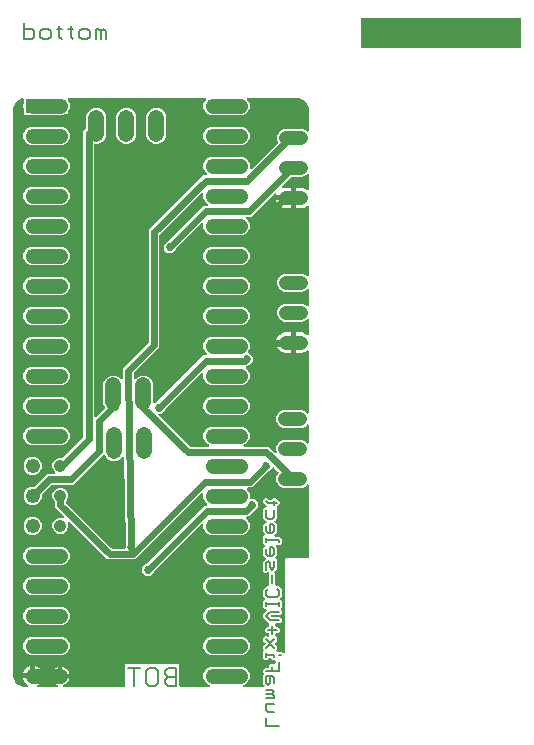
<source format=gbr>
G04 EAGLE Gerber RS-274X export*
G75*
%MOMM*%
%FSLAX34Y34*%
%LPD*%
%INBottom Copper*%
%IPPOS*%
%AMOC8*
5,1,8,0,0,1.08239X$1,22.5*%
G01*
%ADD10C,0.203200*%
%ADD11R,1.219200X1.219200*%
%ADD12C,1.219200*%
%ADD13R,1.055600X1.055600*%
%ADD14C,1.055600*%
%ADD15C,0.177800*%
%ADD16R,13.652500X2.540000*%
%ADD17C,1.371600*%
%ADD18C,1.219200*%
%ADD19C,1.270000*%
%ADD20C,0.705600*%
%ADD21C,0.609600*%
%ADD22C,0.254000*%
%ADD23C,0.152400*%
%ADD24C,0.685800*%

G36*
X16424Y4329D02*
X16424Y4329D01*
X16552Y4343D01*
X16565Y4349D01*
X16579Y4351D01*
X16696Y4403D01*
X16814Y4452D01*
X16825Y4461D01*
X16838Y4467D01*
X16936Y4550D01*
X17036Y4630D01*
X17044Y4642D01*
X17055Y4650D01*
X17126Y4757D01*
X17200Y4862D01*
X17205Y4876D01*
X17213Y4887D01*
X17251Y5010D01*
X17293Y5131D01*
X17294Y5145D01*
X17298Y5158D01*
X17302Y5287D01*
X17308Y5415D01*
X17305Y5428D01*
X17306Y5442D01*
X17273Y5567D01*
X17244Y5692D01*
X17237Y5704D01*
X17234Y5717D01*
X17168Y5828D01*
X17105Y5940D01*
X17096Y5949D01*
X17089Y5962D01*
X16881Y6156D01*
X16869Y6162D01*
X16861Y6170D01*
X15632Y6991D01*
X14429Y8194D01*
X13484Y9609D01*
X12833Y11181D01*
X12736Y11669D01*
X20121Y11669D01*
X20179Y11677D01*
X20238Y11675D01*
X20319Y11697D01*
X20403Y11709D01*
X20456Y11733D01*
X20513Y11747D01*
X20585Y11790D01*
X20662Y11825D01*
X20707Y11863D01*
X20757Y11893D01*
X20815Y11954D01*
X20879Y12009D01*
X20912Y12057D01*
X20952Y12100D01*
X20990Y12175D01*
X21037Y12245D01*
X21055Y12301D01*
X21081Y12353D01*
X21093Y12421D01*
X21123Y12516D01*
X21125Y12616D01*
X21137Y12684D01*
X21137Y13701D01*
X21138Y13701D01*
X21138Y12684D01*
X21147Y12626D01*
X21145Y12568D01*
X21166Y12486D01*
X21178Y12403D01*
X21202Y12349D01*
X21217Y12293D01*
X21260Y12220D01*
X21294Y12143D01*
X21332Y12098D01*
X21362Y12048D01*
X21424Y11990D01*
X21478Y11926D01*
X21527Y11894D01*
X21569Y11854D01*
X21645Y11815D01*
X21715Y11769D01*
X21771Y11751D01*
X21823Y11724D01*
X21891Y11713D01*
X21986Y11683D01*
X22086Y11680D01*
X22154Y11669D01*
X29539Y11669D01*
X29442Y11181D01*
X28791Y9609D01*
X27846Y8194D01*
X26643Y6991D01*
X25414Y6170D01*
X25318Y6084D01*
X25220Y6001D01*
X25212Y5990D01*
X25202Y5981D01*
X25134Y5872D01*
X25062Y5765D01*
X25058Y5752D01*
X25051Y5740D01*
X25015Y5616D01*
X24977Y5494D01*
X24976Y5480D01*
X24973Y5467D01*
X24973Y5338D01*
X24969Y5210D01*
X24973Y5196D01*
X24973Y5182D01*
X25009Y5059D01*
X25041Y4935D01*
X25048Y4923D01*
X25052Y4909D01*
X25121Y4801D01*
X25186Y4690D01*
X25197Y4681D01*
X25204Y4669D01*
X25300Y4584D01*
X25394Y4496D01*
X25406Y4489D01*
X25417Y4480D01*
X25532Y4425D01*
X25647Y4366D01*
X25659Y4364D01*
X25673Y4358D01*
X25954Y4311D01*
X25967Y4313D01*
X25978Y4311D01*
X41765Y4311D01*
X41850Y4323D01*
X41936Y4325D01*
X41990Y4343D01*
X42046Y4351D01*
X42125Y4386D01*
X42207Y4412D01*
X42254Y4444D01*
X42306Y4467D01*
X42371Y4522D01*
X42443Y4570D01*
X42479Y4614D01*
X42523Y4650D01*
X42570Y4722D01*
X42626Y4788D01*
X42649Y4840D01*
X42680Y4887D01*
X42706Y4969D01*
X42741Y5048D01*
X42749Y5104D01*
X42766Y5158D01*
X42768Y5244D01*
X42780Y5329D01*
X42772Y5385D01*
X42773Y5442D01*
X42752Y5525D01*
X42739Y5611D01*
X42716Y5662D01*
X42702Y5717D01*
X42658Y5791D01*
X42622Y5870D01*
X42585Y5913D01*
X42556Y5962D01*
X42494Y6021D01*
X42438Y6086D01*
X42396Y6112D01*
X42349Y6156D01*
X42220Y6222D01*
X42153Y6264D01*
X40929Y6771D01*
X39648Y7627D01*
X38559Y8716D01*
X37704Y9997D01*
X37114Y11419D01*
X37009Y11951D01*
X43898Y11951D01*
X43956Y11959D01*
X44015Y11957D01*
X44096Y11979D01*
X44180Y11991D01*
X44233Y12014D01*
X44290Y12029D01*
X44362Y12072D01*
X44439Y12107D01*
X44484Y12145D01*
X44534Y12174D01*
X44592Y12236D01*
X44636Y12273D01*
X44637Y12272D01*
X44691Y12208D01*
X44740Y12176D01*
X44783Y12136D01*
X44858Y12097D01*
X44928Y12050D01*
X44984Y12033D01*
X45036Y12006D01*
X45104Y11995D01*
X45199Y11965D01*
X45299Y11962D01*
X45367Y11951D01*
X52256Y11951D01*
X52151Y11419D01*
X51561Y9997D01*
X50706Y8716D01*
X49617Y7627D01*
X48336Y6771D01*
X47112Y6264D01*
X47038Y6220D01*
X46959Y6185D01*
X46916Y6148D01*
X46867Y6119D01*
X46808Y6057D01*
X46742Y6001D01*
X46711Y5954D01*
X46672Y5913D01*
X46632Y5836D01*
X46585Y5765D01*
X46567Y5711D01*
X46541Y5660D01*
X46525Y5576D01*
X46499Y5494D01*
X46497Y5437D01*
X46486Y5381D01*
X46494Y5296D01*
X46492Y5210D01*
X46506Y5155D01*
X46511Y5098D01*
X46542Y5018D01*
X46563Y4935D01*
X46592Y4886D01*
X46613Y4833D01*
X46665Y4764D01*
X46709Y4690D01*
X46750Y4651D01*
X46784Y4606D01*
X46853Y4554D01*
X46916Y4496D01*
X46967Y4470D01*
X47012Y4436D01*
X47092Y4405D01*
X47169Y4366D01*
X47218Y4358D01*
X47278Y4335D01*
X47423Y4324D01*
X47500Y4311D01*
X98362Y4311D01*
X98419Y4319D01*
X98478Y4317D01*
X98559Y4339D01*
X98643Y4351D01*
X98696Y4374D01*
X98753Y4389D01*
X98825Y4432D01*
X98902Y4467D01*
X98947Y4505D01*
X98997Y4534D01*
X99055Y4596D01*
X99119Y4650D01*
X99152Y4699D01*
X99192Y4742D01*
X99230Y4817D01*
X99277Y4887D01*
X99295Y4943D01*
X99321Y4995D01*
X99333Y5063D01*
X99363Y5158D01*
X99365Y5258D01*
X99377Y5326D01*
X99377Y23495D01*
X99377Y23496D01*
X145415Y23496D01*
X145416Y23495D01*
X145416Y5326D01*
X145424Y5268D01*
X145422Y5210D01*
X145444Y5128D01*
X145456Y5044D01*
X145479Y4991D01*
X145494Y4935D01*
X145537Y4862D01*
X145572Y4785D01*
X145610Y4740D01*
X145639Y4690D01*
X145701Y4632D01*
X145755Y4568D01*
X145804Y4536D01*
X145847Y4496D01*
X145922Y4457D01*
X145992Y4410D01*
X146048Y4393D01*
X146100Y4366D01*
X146168Y4355D01*
X146263Y4325D01*
X146363Y4322D01*
X146431Y4311D01*
X170524Y4311D01*
X170609Y4323D01*
X170695Y4325D01*
X170749Y4343D01*
X170805Y4351D01*
X170883Y4386D01*
X170965Y4412D01*
X171013Y4444D01*
X171064Y4467D01*
X171130Y4522D01*
X171201Y4570D01*
X171238Y4614D01*
X171281Y4650D01*
X171329Y4722D01*
X171384Y4788D01*
X171408Y4840D01*
X171439Y4887D01*
X171465Y4969D01*
X171500Y5048D01*
X171508Y5104D01*
X171525Y5158D01*
X171527Y5244D01*
X171539Y5329D01*
X171531Y5385D01*
X171532Y5442D01*
X171510Y5525D01*
X171498Y5611D01*
X171475Y5662D01*
X171460Y5717D01*
X171416Y5791D01*
X171381Y5870D01*
X171344Y5913D01*
X171315Y5962D01*
X171252Y6021D01*
X171197Y6086D01*
X171155Y6112D01*
X171108Y6156D01*
X170979Y6222D01*
X170912Y6264D01*
X169077Y7024D01*
X166862Y9239D01*
X165663Y12134D01*
X165663Y15266D01*
X166862Y18161D01*
X169077Y20376D01*
X171971Y21575D01*
X198599Y21575D01*
X201493Y20376D01*
X203708Y18161D01*
X204907Y15266D01*
X204907Y12134D01*
X203708Y9239D01*
X201493Y7024D01*
X199658Y6264D01*
X199584Y6220D01*
X199506Y6185D01*
X199462Y6148D01*
X199413Y6119D01*
X199354Y6057D01*
X199289Y6001D01*
X199257Y5954D01*
X199218Y5913D01*
X199179Y5836D01*
X199131Y5765D01*
X199114Y5711D01*
X199088Y5660D01*
X199071Y5576D01*
X199045Y5494D01*
X199044Y5437D01*
X199033Y5381D01*
X199040Y5296D01*
X199038Y5210D01*
X199052Y5155D01*
X199057Y5098D01*
X199088Y5017D01*
X199110Y4935D01*
X199139Y4886D01*
X199159Y4833D01*
X199211Y4764D01*
X199255Y4690D01*
X199296Y4651D01*
X199331Y4606D01*
X199400Y4554D01*
X199462Y4496D01*
X199513Y4470D01*
X199558Y4436D01*
X199639Y4405D01*
X199715Y4366D01*
X199764Y4358D01*
X199824Y4335D01*
X199969Y4324D01*
X200046Y4311D01*
X216544Y4311D01*
X216573Y4315D01*
X216602Y4312D01*
X216713Y4335D01*
X216825Y4351D01*
X216852Y4363D01*
X216881Y4368D01*
X216981Y4421D01*
X217085Y4467D01*
X217107Y4486D01*
X217133Y4499D01*
X217215Y4577D01*
X217302Y4650D01*
X217318Y4675D01*
X217339Y4695D01*
X217396Y4793D01*
X217459Y4887D01*
X217468Y4915D01*
X217483Y4940D01*
X217511Y5050D01*
X217545Y5158D01*
X217546Y5188D01*
X217553Y5216D01*
X217549Y5329D01*
X217552Y5442D01*
X217545Y5471D01*
X217544Y5500D01*
X217509Y5608D01*
X217480Y5717D01*
X217465Y5743D01*
X217456Y5771D01*
X217411Y5835D01*
X217335Y5962D01*
X217289Y6005D01*
X217261Y6044D01*
X216280Y7025D01*
X216280Y14468D01*
X216798Y14986D01*
X216833Y15033D01*
X216875Y15073D01*
X216918Y15146D01*
X216969Y15213D01*
X216990Y15268D01*
X217019Y15318D01*
X217040Y15400D01*
X217070Y15479D01*
X217075Y15537D01*
X217089Y15594D01*
X217087Y15678D01*
X217094Y15762D01*
X217082Y15820D01*
X217080Y15878D01*
X217054Y15958D01*
X217038Y16041D01*
X217011Y16093D01*
X216993Y16149D01*
X216953Y16205D01*
X216907Y16293D01*
X216838Y16366D01*
X216798Y16422D01*
X216280Y16940D01*
X216280Y19044D01*
X217769Y20533D01*
X220604Y20533D01*
X220661Y20541D01*
X220720Y20539D01*
X220802Y20561D01*
X220885Y20573D01*
X220938Y20596D01*
X220995Y20611D01*
X221067Y20654D01*
X221144Y20689D01*
X221189Y20727D01*
X221239Y20756D01*
X221297Y20818D01*
X221361Y20872D01*
X221394Y20921D01*
X221434Y20964D01*
X221472Y21039D01*
X221519Y21109D01*
X221537Y21165D01*
X221563Y21217D01*
X221575Y21285D01*
X221605Y21380D01*
X221607Y21480D01*
X221619Y21548D01*
X221619Y22603D01*
X223107Y24092D01*
X225212Y24092D01*
X225224Y24079D01*
X225248Y24062D01*
X225267Y24039D01*
X225361Y23977D01*
X225451Y23909D01*
X225479Y23898D01*
X225503Y23882D01*
X225612Y23848D01*
X225717Y23807D01*
X225746Y23805D01*
X225774Y23796D01*
X225887Y23793D01*
X226000Y23784D01*
X226029Y23790D01*
X226058Y23789D01*
X226168Y23817D01*
X226279Y23840D01*
X226305Y23853D01*
X226334Y23861D01*
X226431Y23918D01*
X226531Y23971D01*
X226553Y23991D01*
X226578Y24006D01*
X226655Y24088D01*
X226738Y24166D01*
X226752Y24192D01*
X226772Y24213D01*
X226824Y24314D01*
X226881Y24412D01*
X226889Y24440D01*
X226902Y24466D01*
X226915Y24544D01*
X226951Y24687D01*
X226949Y24750D01*
X226957Y24797D01*
X226957Y26130D01*
X226949Y26188D01*
X226951Y26246D01*
X226929Y26328D01*
X226918Y26411D01*
X226894Y26465D01*
X226879Y26521D01*
X226836Y26594D01*
X226801Y26671D01*
X226764Y26716D01*
X226734Y26766D01*
X226672Y26824D01*
X226618Y26888D01*
X226569Y26920D01*
X226526Y26960D01*
X226451Y26999D01*
X226381Y27045D01*
X226325Y27063D01*
X226273Y27090D01*
X226205Y27101D01*
X226110Y27131D01*
X226010Y27134D01*
X225942Y27145D01*
X224887Y27145D01*
X223404Y28627D01*
X223335Y28680D01*
X223271Y28740D01*
X223221Y28765D01*
X223177Y28798D01*
X223096Y28829D01*
X223018Y28869D01*
X222970Y28877D01*
X222912Y28899D01*
X222764Y28912D01*
X222687Y28925D01*
X222073Y28925D01*
X221987Y28912D01*
X221899Y28910D01*
X221847Y28893D01*
X221792Y28885D01*
X221712Y28849D01*
X221629Y28822D01*
X221590Y28794D01*
X221533Y28769D01*
X221419Y28673D01*
X221356Y28627D01*
X219873Y27145D01*
X217769Y27145D01*
X216280Y28633D01*
X216280Y34297D01*
X216628Y34646D01*
X216664Y34692D01*
X216706Y34733D01*
X216749Y34805D01*
X216799Y34873D01*
X216820Y34927D01*
X216850Y34978D01*
X216870Y35059D01*
X216901Y35138D01*
X216905Y35197D01*
X216920Y35253D01*
X216917Y35338D01*
X216924Y35422D01*
X216913Y35479D01*
X216911Y35537D01*
X216885Y35618D01*
X216868Y35700D01*
X216841Y35752D01*
X216823Y35808D01*
X216783Y35864D01*
X216737Y35953D01*
X216668Y36025D01*
X216628Y36081D01*
X216280Y36429D01*
X216280Y38534D01*
X218069Y40323D01*
X218104Y40370D01*
X218147Y40410D01*
X218189Y40483D01*
X218240Y40550D01*
X218261Y40605D01*
X218290Y40655D01*
X218311Y40737D01*
X218341Y40816D01*
X218346Y40874D01*
X218360Y40931D01*
X218358Y41015D01*
X218365Y41099D01*
X218353Y41157D01*
X218351Y41215D01*
X218325Y41295D01*
X218309Y41378D01*
X218282Y41430D01*
X218264Y41485D01*
X218224Y41542D01*
X218178Y41630D01*
X218109Y41703D01*
X218069Y41759D01*
X216280Y43548D01*
X216280Y45652D01*
X217769Y47141D01*
X219873Y47141D01*
X219886Y47128D01*
X219909Y47111D01*
X219928Y47088D01*
X220022Y47026D01*
X220113Y46958D01*
X220140Y46947D01*
X220165Y46931D01*
X220273Y46897D01*
X220378Y46856D01*
X220408Y46854D01*
X220436Y46845D01*
X220549Y46842D01*
X220662Y46833D01*
X220691Y46838D01*
X220720Y46838D01*
X220829Y46866D01*
X220941Y46889D01*
X220967Y46902D01*
X220995Y46910D01*
X221092Y46967D01*
X221193Y47020D01*
X221214Y47040D01*
X221239Y47055D01*
X221317Y47137D01*
X221399Y47215D01*
X221414Y47241D01*
X221434Y47262D01*
X221485Y47363D01*
X221543Y47461D01*
X221550Y47489D01*
X221563Y47515D01*
X221576Y47592D01*
X221613Y47736D01*
X221611Y47799D01*
X221619Y47846D01*
X221619Y49179D01*
X221611Y49237D01*
X221612Y49295D01*
X221591Y49377D01*
X221579Y49460D01*
X221555Y49514D01*
X221540Y49570D01*
X221497Y49643D01*
X221463Y49720D01*
X221425Y49764D01*
X221395Y49815D01*
X221334Y49872D01*
X221279Y49937D01*
X221230Y49969D01*
X221188Y50009D01*
X221113Y50048D01*
X221042Y50094D01*
X220987Y50112D01*
X220935Y50139D01*
X220867Y50150D01*
X220771Y50180D01*
X220672Y50183D01*
X220604Y50194D01*
X219548Y50194D01*
X218060Y51682D01*
X218060Y53787D01*
X219548Y55276D01*
X220604Y55276D01*
X220661Y55284D01*
X220720Y55282D01*
X220802Y55304D01*
X220885Y55315D01*
X220938Y55339D01*
X220995Y55354D01*
X221067Y55397D01*
X221144Y55432D01*
X221189Y55470D01*
X221239Y55499D01*
X221297Y55561D01*
X221361Y55615D01*
X221394Y55664D01*
X221434Y55707D01*
X221472Y55782D01*
X221519Y55852D01*
X221537Y55908D01*
X221563Y55960D01*
X221575Y56028D01*
X221605Y56123D01*
X221607Y56223D01*
X221619Y56291D01*
X221619Y57617D01*
X221607Y57704D01*
X221604Y57791D01*
X221587Y57844D01*
X221579Y57899D01*
X221543Y57979D01*
X221516Y58062D01*
X221488Y58101D01*
X221463Y58158D01*
X221367Y58272D01*
X221321Y58335D01*
X216280Y63376D01*
X216280Y65481D01*
X219089Y68290D01*
X219107Y68313D01*
X219129Y68332D01*
X219192Y68427D01*
X219260Y68517D01*
X219270Y68545D01*
X219287Y68569D01*
X219321Y68677D01*
X219361Y68783D01*
X219363Y68812D01*
X219372Y68840D01*
X219375Y68953D01*
X219385Y69066D01*
X219379Y69095D01*
X219380Y69124D01*
X219351Y69234D01*
X219329Y69345D01*
X219315Y69371D01*
X219308Y69399D01*
X219250Y69497D01*
X219198Y69597D01*
X219178Y69618D01*
X219163Y69644D01*
X219080Y69721D01*
X219002Y69803D01*
X218977Y69818D01*
X218955Y69838D01*
X218854Y69890D01*
X218757Y69947D01*
X218728Y69954D01*
X218702Y69968D01*
X218625Y69981D01*
X218481Y70017D01*
X218419Y70015D01*
X218371Y70023D01*
X217769Y70023D01*
X216280Y71511D01*
X216280Y77175D01*
X217518Y78413D01*
X217553Y78460D01*
X217596Y78500D01*
X217638Y78573D01*
X217689Y78640D01*
X217710Y78695D01*
X217739Y78745D01*
X217760Y78827D01*
X217790Y78906D01*
X217795Y78964D01*
X217810Y79021D01*
X217807Y79105D01*
X217814Y79189D01*
X217802Y79247D01*
X217801Y79305D01*
X217775Y79385D01*
X217758Y79468D01*
X217731Y79520D01*
X217713Y79576D01*
X217673Y79632D01*
X217627Y79720D01*
X217558Y79793D01*
X217518Y79849D01*
X216280Y81087D01*
X216280Y86751D01*
X219548Y90019D01*
X220604Y90019D01*
X220661Y90027D01*
X220720Y90025D01*
X220802Y90047D01*
X220885Y90058D01*
X220938Y90082D01*
X220995Y90097D01*
X221067Y90140D01*
X221144Y90175D01*
X221189Y90212D01*
X221239Y90242D01*
X221297Y90304D01*
X221361Y90358D01*
X221394Y90407D01*
X221434Y90450D01*
X221472Y90525D01*
X221519Y90595D01*
X221537Y90651D01*
X221563Y90703D01*
X221575Y90771D01*
X221605Y90866D01*
X221607Y90966D01*
X221619Y91034D01*
X221619Y100501D01*
X221615Y100530D01*
X221617Y100560D01*
X221595Y100671D01*
X221579Y100783D01*
X221567Y100810D01*
X221561Y100838D01*
X221509Y100939D01*
X221463Y101042D01*
X221444Y101065D01*
X221430Y101091D01*
X221352Y101173D01*
X221279Y101259D01*
X221255Y101276D01*
X221234Y101297D01*
X221137Y101354D01*
X221042Y101417D01*
X221014Y101426D01*
X220989Y101441D01*
X220879Y101469D01*
X220771Y101503D01*
X220742Y101503D01*
X220714Y101511D01*
X220600Y101507D01*
X220487Y101510D01*
X220459Y101503D01*
X220429Y101502D01*
X220322Y101467D01*
X220212Y101438D01*
X220187Y101423D01*
X220159Y101414D01*
X220095Y101369D01*
X219968Y101293D01*
X219925Y101247D01*
X219886Y101219D01*
X219873Y101207D01*
X217769Y101207D01*
X216280Y102695D01*
X216280Y110139D01*
X218577Y112436D01*
X218613Y112483D01*
X218655Y112523D01*
X218698Y112596D01*
X218748Y112663D01*
X218769Y112718D01*
X218799Y112768D01*
X218820Y112850D01*
X218850Y112929D01*
X218854Y112987D01*
X218869Y113044D01*
X218866Y113128D01*
X218873Y113212D01*
X218862Y113269D01*
X218860Y113328D01*
X218834Y113408D01*
X218817Y113491D01*
X218790Y113543D01*
X218772Y113598D01*
X218732Y113655D01*
X218686Y113743D01*
X218618Y113815D01*
X218577Y113872D01*
X217762Y114687D01*
X216280Y116169D01*
X216280Y121833D01*
X217688Y123240D01*
X217723Y123287D01*
X217765Y123327D01*
X217808Y123400D01*
X217859Y123467D01*
X217879Y123522D01*
X217909Y123572D01*
X217930Y123654D01*
X217960Y123733D01*
X217965Y123791D01*
X217979Y123848D01*
X217976Y123932D01*
X217983Y124016D01*
X217972Y124073D01*
X217970Y124132D01*
X217944Y124212D01*
X217927Y124295D01*
X217901Y124347D01*
X217883Y124403D01*
X217842Y124459D01*
X217797Y124547D01*
X217728Y124620D01*
X217688Y124676D01*
X216280Y126083D01*
X216280Y131747D01*
X217518Y132985D01*
X217553Y133032D01*
X217596Y133072D01*
X217638Y133145D01*
X217689Y133212D01*
X217710Y133267D01*
X217739Y133317D01*
X217760Y133399D01*
X217790Y133478D01*
X217795Y133536D01*
X217810Y133593D01*
X217807Y133677D01*
X217814Y133761D01*
X217802Y133818D01*
X217801Y133877D01*
X217775Y133957D01*
X217758Y134040D01*
X217731Y134092D01*
X217713Y134147D01*
X217673Y134204D01*
X217627Y134292D01*
X217558Y134365D01*
X217518Y134421D01*
X216280Y135659D01*
X216280Y141323D01*
X217769Y142811D01*
X218371Y142811D01*
X218400Y142815D01*
X218429Y142813D01*
X218540Y142835D01*
X218653Y142851D01*
X218679Y142863D01*
X218708Y142868D01*
X218809Y142921D01*
X218912Y142967D01*
X218934Y142986D01*
X218960Y142999D01*
X219043Y143078D01*
X219129Y143151D01*
X219145Y143175D01*
X219166Y143195D01*
X219224Y143293D01*
X219287Y143387D01*
X219295Y143415D01*
X219310Y143441D01*
X219338Y143550D01*
X219372Y143658D01*
X219373Y143688D01*
X219380Y143716D01*
X219377Y143829D01*
X219380Y143943D01*
X219372Y143971D01*
X219371Y144000D01*
X219336Y144108D01*
X219308Y144218D01*
X219293Y144243D01*
X219284Y144271D01*
X219238Y144335D01*
X219163Y144462D01*
X219117Y144505D01*
X219089Y144544D01*
X218066Y145567D01*
X216280Y147353D01*
X216280Y154796D01*
X217769Y156284D01*
X218371Y156284D01*
X218400Y156289D01*
X218429Y156286D01*
X218540Y156308D01*
X218653Y156324D01*
X218679Y156336D01*
X218708Y156342D01*
X218809Y156394D01*
X218912Y156440D01*
X218934Y156459D01*
X218960Y156473D01*
X219042Y156551D01*
X219129Y156624D01*
X219145Y156648D01*
X219166Y156669D01*
X219224Y156767D01*
X219287Y156861D01*
X219295Y156889D01*
X219310Y156914D01*
X219338Y157024D01*
X219372Y157132D01*
X219373Y157161D01*
X219380Y157190D01*
X219377Y157303D01*
X219380Y157416D01*
X219372Y157444D01*
X219371Y157474D01*
X219336Y157582D01*
X219308Y157691D01*
X219293Y157716D01*
X219284Y157744D01*
X219238Y157808D01*
X219163Y157935D01*
X219117Y157978D01*
X219089Y158018D01*
X218539Y158567D01*
X217762Y159344D01*
X216280Y160826D01*
X216280Y162931D01*
X217769Y164419D01*
X219873Y164419D01*
X221356Y162937D01*
X221425Y162885D01*
X221489Y162825D01*
X221539Y162800D01*
X221583Y162766D01*
X221665Y162735D01*
X221742Y162695D01*
X221790Y162687D01*
X221848Y162665D01*
X221996Y162653D01*
X222073Y162640D01*
X222687Y162640D01*
X222773Y162652D01*
X222861Y162655D01*
X222913Y162672D01*
X222968Y162680D01*
X223048Y162715D01*
X223131Y162742D01*
X223170Y162770D01*
X223227Y162796D01*
X223341Y162892D01*
X223404Y162937D01*
X224887Y164419D01*
X226992Y164419D01*
X228777Y162634D01*
X230259Y161151D01*
X230259Y159047D01*
X228474Y157261D01*
X227962Y156750D01*
X227927Y156703D01*
X227885Y156662D01*
X227842Y156590D01*
X227791Y156522D01*
X227770Y156468D01*
X227741Y156417D01*
X227720Y156335D01*
X227690Y156257D01*
X227685Y156198D01*
X227671Y156142D01*
X227673Y156058D01*
X227666Y155973D01*
X227678Y155916D01*
X227680Y155858D01*
X227706Y155777D01*
X227722Y155695D01*
X227749Y155643D01*
X227767Y155587D01*
X227807Y155531D01*
X227853Y155442D01*
X227922Y155370D01*
X227962Y155314D01*
X228480Y154796D01*
X228480Y147353D01*
X226998Y145871D01*
X226183Y145056D01*
X226147Y145009D01*
X226105Y144969D01*
X226062Y144896D01*
X226012Y144828D01*
X225991Y144774D01*
X225961Y144723D01*
X225941Y144642D01*
X225911Y144563D01*
X225906Y144504D01*
X225891Y144448D01*
X225894Y144363D01*
X225887Y144279D01*
X225898Y144222D01*
X225900Y144164D01*
X225926Y144083D01*
X225943Y144001D01*
X225970Y143949D01*
X225988Y143893D01*
X226028Y143837D01*
X226074Y143748D01*
X226143Y143676D01*
X226183Y143620D01*
X226998Y142805D01*
X228480Y141323D01*
X228480Y135659D01*
X226694Y133873D01*
X226010Y133189D01*
X225992Y133166D01*
X225970Y133147D01*
X225907Y133052D01*
X225839Y132962D01*
X225829Y132934D01*
X225812Y132910D01*
X225778Y132802D01*
X225738Y132696D01*
X225736Y132667D01*
X225727Y132639D01*
X225724Y132526D01*
X225714Y132413D01*
X225720Y132384D01*
X225719Y132355D01*
X225748Y132245D01*
X225770Y132134D01*
X225784Y132108D01*
X225791Y132080D01*
X225849Y131983D01*
X225901Y131882D01*
X225922Y131861D01*
X225936Y131835D01*
X226019Y131758D01*
X226097Y131676D01*
X226122Y131661D01*
X226144Y131641D01*
X226245Y131589D01*
X226342Y131532D01*
X226371Y131525D01*
X226397Y131511D01*
X226474Y131498D01*
X226618Y131462D01*
X226680Y131464D01*
X226728Y131456D01*
X230551Y131456D01*
X232039Y129968D01*
X232039Y126083D01*
X230551Y124595D01*
X228169Y124595D01*
X228139Y124591D01*
X228110Y124593D01*
X227999Y124571D01*
X227887Y124555D01*
X227860Y124543D01*
X227832Y124537D01*
X227731Y124485D01*
X227628Y124439D01*
X227605Y124420D01*
X227579Y124406D01*
X227497Y124328D01*
X227411Y124255D01*
X227394Y124231D01*
X227373Y124211D01*
X227316Y124113D01*
X227253Y124019D01*
X227244Y123990D01*
X227229Y123965D01*
X227202Y123856D01*
X227167Y123748D01*
X227167Y123718D01*
X227159Y123690D01*
X227163Y123577D01*
X227160Y123463D01*
X227167Y123435D01*
X227168Y123406D01*
X227203Y123298D01*
X227232Y123188D01*
X227247Y123163D01*
X227256Y123135D01*
X227301Y123071D01*
X227377Y122944D01*
X227423Y122901D01*
X227451Y122862D01*
X228480Y121833D01*
X228480Y116169D01*
X227072Y114761D01*
X227037Y114715D01*
X226995Y114674D01*
X226952Y114602D01*
X226901Y114534D01*
X226881Y114479D01*
X226851Y114429D01*
X226830Y114348D01*
X226800Y114269D01*
X226795Y114210D01*
X226781Y114154D01*
X226784Y114069D01*
X226777Y113985D01*
X226788Y113928D01*
X226790Y113869D01*
X226816Y113789D01*
X226833Y113706D01*
X226860Y113655D01*
X226878Y113599D01*
X226918Y113543D01*
X226964Y113454D01*
X227032Y113382D01*
X227072Y113326D01*
X228480Y111918D01*
X228480Y104475D01*
X226694Y102689D01*
X226183Y102178D01*
X226147Y102131D01*
X226105Y102091D01*
X226062Y102018D01*
X226012Y101950D01*
X225991Y101896D01*
X225961Y101845D01*
X225941Y101764D01*
X225911Y101685D01*
X225906Y101626D01*
X225891Y101570D01*
X225894Y101486D01*
X225887Y101402D01*
X225898Y101344D01*
X225900Y101286D01*
X225926Y101205D01*
X225943Y101123D01*
X225970Y101071D01*
X225988Y101015D01*
X226028Y100959D01*
X226074Y100870D01*
X226143Y100798D01*
X226183Y100742D01*
X226700Y100224D01*
X226700Y91034D01*
X226708Y90976D01*
X226707Y90917D01*
X226728Y90836D01*
X226740Y90752D01*
X226764Y90699D01*
X226779Y90642D01*
X226822Y90570D01*
X226856Y90493D01*
X226894Y90448D01*
X226924Y90398D01*
X226986Y90340D01*
X227040Y90276D01*
X227089Y90244D01*
X227131Y90203D01*
X227206Y90165D01*
X227277Y90118D01*
X227332Y90101D01*
X227384Y90074D01*
X227453Y90063D01*
X227548Y90033D01*
X227647Y90030D01*
X227716Y90019D01*
X228771Y90019D01*
X230253Y88536D01*
X231067Y87722D01*
X232039Y86751D01*
X232039Y81087D01*
X231030Y80078D01*
X230801Y79849D01*
X230766Y79802D01*
X230723Y79762D01*
X230681Y79689D01*
X230630Y79622D01*
X230609Y79567D01*
X230580Y79517D01*
X230559Y79435D01*
X230529Y79356D01*
X230524Y79298D01*
X230510Y79241D01*
X230512Y79157D01*
X230505Y79073D01*
X230517Y79015D01*
X230519Y78957D01*
X230545Y78877D01*
X230561Y78794D01*
X230588Y78742D01*
X230606Y78686D01*
X230646Y78630D01*
X230692Y78542D01*
X230761Y78469D01*
X230801Y78413D01*
X232039Y77175D01*
X232039Y71511D01*
X231521Y70994D01*
X231512Y70981D01*
X231507Y70977D01*
X231494Y70958D01*
X231486Y70947D01*
X231444Y70907D01*
X231401Y70834D01*
X231350Y70767D01*
X231329Y70712D01*
X231300Y70661D01*
X231279Y70580D01*
X231249Y70501D01*
X231244Y70443D01*
X231230Y70386D01*
X231233Y70302D01*
X231226Y70218D01*
X231237Y70160D01*
X231239Y70102D01*
X231265Y70021D01*
X231281Y69939D01*
X231308Y69887D01*
X231326Y69831D01*
X231366Y69775D01*
X231412Y69687D01*
X231481Y69614D01*
X231521Y69558D01*
X232039Y69040D01*
X232039Y66935D01*
X230551Y65447D01*
X223853Y65447D01*
X223806Y65441D01*
X223786Y65442D01*
X223749Y65434D01*
X223679Y65432D01*
X223626Y65415D01*
X223571Y65407D01*
X223532Y65390D01*
X223508Y65385D01*
X223469Y65364D01*
X223408Y65345D01*
X223369Y65317D01*
X223312Y65291D01*
X223283Y65267D01*
X223256Y65253D01*
X223190Y65189D01*
X223135Y65150D01*
X223132Y65147D01*
X223115Y65125D01*
X223095Y65107D01*
X223077Y65081D01*
X223051Y65056D01*
X223010Y64985D01*
X222961Y64920D01*
X222949Y64889D01*
X222937Y64871D01*
X222929Y64845D01*
X222909Y64810D01*
X222889Y64730D01*
X222860Y64654D01*
X222857Y64616D01*
X222852Y64600D01*
X222851Y64578D01*
X222840Y64534D01*
X222843Y64452D01*
X222836Y64371D01*
X222845Y64329D01*
X222844Y64316D01*
X222845Y64315D01*
X222844Y64309D01*
X222849Y64292D01*
X222851Y64250D01*
X222876Y64172D01*
X222892Y64092D01*
X222910Y64057D01*
X222916Y64034D01*
X222928Y64015D01*
X222939Y63980D01*
X222979Y63925D01*
X223023Y63840D01*
X223047Y63815D01*
X223061Y63790D01*
X223107Y63748D01*
X223136Y63707D01*
X223139Y63704D01*
X223183Y63671D01*
X223219Y63633D01*
X223244Y63619D01*
X223269Y63595D01*
X223320Y63569D01*
X223367Y63535D01*
X223425Y63513D01*
X223464Y63490D01*
X223487Y63484D01*
X223522Y63466D01*
X223572Y63458D01*
X223633Y63435D01*
X223702Y63429D01*
X223740Y63420D01*
X223790Y63421D01*
X223853Y63411D01*
X230551Y63411D01*
X232039Y61922D01*
X232039Y59817D01*
X230551Y58329D01*
X227716Y58329D01*
X227658Y58321D01*
X227599Y58322D01*
X227518Y58301D01*
X227434Y58289D01*
X227381Y58265D01*
X227324Y58251D01*
X227252Y58208D01*
X227175Y58173D01*
X227130Y58135D01*
X227080Y58105D01*
X227022Y58044D01*
X226958Y57989D01*
X226925Y57941D01*
X226885Y57898D01*
X226847Y57823D01*
X226800Y57753D01*
X226782Y57697D01*
X226756Y57645D01*
X226744Y57577D01*
X226714Y57482D01*
X226712Y57382D01*
X226700Y57314D01*
X226700Y56291D01*
X226708Y56233D01*
X226707Y56175D01*
X226728Y56093D01*
X226740Y56009D01*
X226764Y55956D01*
X226779Y55899D01*
X226822Y55827D01*
X226856Y55750D01*
X226894Y55705D01*
X226924Y55655D01*
X226986Y55597D01*
X227040Y55533D01*
X227089Y55501D01*
X227131Y55461D01*
X227206Y55422D01*
X227277Y55375D01*
X227332Y55358D01*
X227384Y55331D01*
X227453Y55320D01*
X227548Y55290D01*
X227647Y55287D01*
X227716Y55276D01*
X228771Y55276D01*
X230259Y53787D01*
X230259Y51682D01*
X228771Y50194D01*
X227716Y50194D01*
X227658Y50186D01*
X227599Y50187D01*
X227518Y50166D01*
X227434Y50154D01*
X227381Y50130D01*
X227324Y50116D01*
X227252Y50073D01*
X227175Y50038D01*
X227130Y50000D01*
X227080Y49970D01*
X227022Y49909D01*
X226958Y49854D01*
X226925Y49806D01*
X226885Y49763D01*
X226847Y49688D01*
X226800Y49618D01*
X226782Y49562D01*
X226756Y49510D01*
X226744Y49442D01*
X226714Y49347D01*
X226712Y49247D01*
X226700Y49179D01*
X226700Y47852D01*
X226713Y47766D01*
X226715Y47678D01*
X226732Y47626D01*
X226740Y47571D01*
X226776Y47491D01*
X226803Y47408D01*
X226831Y47369D01*
X226856Y47312D01*
X226952Y47198D01*
X226998Y47135D01*
X228480Y45652D01*
X228480Y43548D01*
X226691Y41759D01*
X226656Y41712D01*
X226614Y41672D01*
X226571Y41599D01*
X226520Y41532D01*
X226499Y41477D01*
X226470Y41427D01*
X226449Y41345D01*
X226419Y41266D01*
X226414Y41208D01*
X226400Y41151D01*
X226402Y41067D01*
X226395Y40983D01*
X226407Y40925D01*
X226409Y40867D01*
X226435Y40787D01*
X226451Y40704D01*
X226478Y40652D01*
X226496Y40596D01*
X226536Y40540D01*
X226582Y40452D01*
X226651Y40379D01*
X226691Y40323D01*
X228480Y38534D01*
X228480Y36429D01*
X227790Y35739D01*
X227772Y35716D01*
X227750Y35697D01*
X227687Y35603D01*
X227619Y35512D01*
X227608Y35485D01*
X227592Y35460D01*
X227558Y35352D01*
X227517Y35246D01*
X227515Y35217D01*
X227506Y35189D01*
X227503Y35076D01*
X227494Y34963D01*
X227500Y34934D01*
X227499Y34905D01*
X227528Y34795D01*
X227550Y34684D01*
X227563Y34658D01*
X227571Y34630D01*
X227628Y34533D01*
X227681Y34432D01*
X227701Y34411D01*
X227716Y34386D01*
X227799Y34308D01*
X227877Y34226D01*
X227902Y34211D01*
X227923Y34191D01*
X228024Y34139D01*
X228122Y34082D01*
X228150Y34075D01*
X228176Y34062D01*
X228254Y34049D01*
X228397Y34012D01*
X228460Y34014D01*
X228507Y34006D01*
X232330Y34006D01*
X232962Y33374D01*
X232986Y33356D01*
X233005Y33334D01*
X233099Y33271D01*
X233189Y33203D01*
X233217Y33193D01*
X233241Y33176D01*
X233349Y33142D01*
X233455Y33102D01*
X233484Y33100D01*
X233512Y33091D01*
X233626Y33088D01*
X233738Y33078D01*
X233767Y33084D01*
X233796Y33083D01*
X233906Y33112D01*
X234017Y33134D01*
X234043Y33148D01*
X234071Y33155D01*
X234169Y33213D01*
X234269Y33265D01*
X234291Y33285D01*
X234316Y33300D01*
X234393Y33383D01*
X234475Y33461D01*
X234490Y33486D01*
X234510Y33508D01*
X234562Y33609D01*
X234619Y33706D01*
X234626Y33735D01*
X234640Y33761D01*
X234653Y33838D01*
X234689Y33982D01*
X234687Y34044D01*
X234695Y34092D01*
X234695Y112392D01*
X235588Y113285D01*
X254062Y113285D01*
X254119Y113293D01*
X254178Y113291D01*
X254259Y113313D01*
X254343Y113325D01*
X254396Y113348D01*
X254453Y113363D01*
X254525Y113406D01*
X254602Y113441D01*
X254647Y113479D01*
X254697Y113508D01*
X254755Y113570D01*
X254819Y113624D01*
X254852Y113673D01*
X254892Y113716D01*
X254930Y113791D01*
X254977Y113861D01*
X254995Y113917D01*
X255021Y113969D01*
X255033Y114037D01*
X255063Y114132D01*
X255065Y114232D01*
X255077Y114300D01*
X255077Y174792D01*
X255073Y174822D01*
X255075Y174851D01*
X255053Y174962D01*
X255037Y175074D01*
X255025Y175101D01*
X255019Y175129D01*
X254967Y175230D01*
X254921Y175333D01*
X254902Y175356D01*
X254888Y175382D01*
X254810Y175464D01*
X254737Y175550D01*
X254713Y175567D01*
X254692Y175588D01*
X254595Y175645D01*
X254500Y175708D01*
X254472Y175717D01*
X254447Y175732D01*
X254338Y175759D01*
X254229Y175794D01*
X254200Y175794D01*
X254172Y175802D01*
X254059Y175798D01*
X253945Y175801D01*
X253917Y175794D01*
X253887Y175793D01*
X253779Y175758D01*
X253670Y175729D01*
X253645Y175714D01*
X253617Y175705D01*
X253553Y175660D01*
X253426Y175584D01*
X253383Y175538D01*
X253344Y175510D01*
X251713Y173879D01*
X248912Y172719D01*
X233688Y172719D01*
X230887Y173879D01*
X228743Y176023D01*
X227583Y178824D01*
X227583Y181856D01*
X228743Y184657D01*
X229230Y185143D01*
X229265Y185190D01*
X229307Y185230D01*
X229350Y185303D01*
X229400Y185370D01*
X229421Y185425D01*
X229451Y185475D01*
X229472Y185557D01*
X229502Y185636D01*
X229506Y185694D01*
X229521Y185751D01*
X229518Y185835D01*
X229525Y185919D01*
X229514Y185976D01*
X229512Y186035D01*
X229486Y186115D01*
X229469Y186198D01*
X229442Y186250D01*
X229424Y186305D01*
X229384Y186361D01*
X229338Y186450D01*
X229270Y186522D01*
X229230Y186579D01*
X225762Y190046D01*
X225738Y190064D01*
X225719Y190086D01*
X225625Y190149D01*
X225535Y190217D01*
X225507Y190228D01*
X225483Y190244D01*
X225375Y190278D01*
X225269Y190318D01*
X225240Y190321D01*
X225212Y190330D01*
X225098Y190333D01*
X224986Y190342D01*
X224957Y190336D01*
X224928Y190337D01*
X224818Y190308D01*
X224707Y190286D01*
X224681Y190273D01*
X224653Y190265D01*
X224555Y190207D01*
X224455Y190155D01*
X224433Y190135D01*
X224408Y190120D01*
X224331Y190037D01*
X224249Y189959D01*
X224234Y189934D01*
X224214Y189913D01*
X224204Y189893D01*
X221127Y186816D01*
X221009Y186816D01*
X220922Y186804D01*
X220835Y186801D01*
X220782Y186784D01*
X220727Y186776D01*
X220647Y186741D01*
X220564Y186714D01*
X220525Y186686D01*
X220468Y186660D01*
X220354Y186564D01*
X220291Y186519D01*
X206999Y173227D01*
X203493Y173227D01*
X203464Y173223D01*
X203435Y173226D01*
X203323Y173203D01*
X203211Y173187D01*
X203185Y173175D01*
X203156Y173170D01*
X203055Y173117D01*
X202952Y173071D01*
X202930Y173052D01*
X202903Y173039D01*
X202821Y172961D01*
X202735Y172888D01*
X202719Y172863D01*
X202697Y172843D01*
X202640Y172745D01*
X202577Y172651D01*
X202568Y172623D01*
X202554Y172598D01*
X202526Y172488D01*
X202492Y172380D01*
X202491Y172350D01*
X202484Y172322D01*
X202487Y172209D01*
X202484Y172096D01*
X202492Y172067D01*
X202493Y172038D01*
X202527Y171930D01*
X202556Y171821D01*
X202571Y171795D01*
X202580Y171767D01*
X202626Y171703D01*
X202701Y171576D01*
X202747Y171533D01*
X202775Y171494D01*
X203708Y170561D01*
X204907Y167666D01*
X204907Y164465D01*
X204915Y164407D01*
X204914Y164349D01*
X204935Y164267D01*
X204947Y164183D01*
X204971Y164130D01*
X204986Y164074D01*
X205029Y164001D01*
X205063Y163924D01*
X205101Y163879D01*
X205131Y163829D01*
X205193Y163771D01*
X205247Y163707D01*
X205296Y163675D01*
X205338Y163635D01*
X205413Y163596D01*
X205484Y163549D01*
X205539Y163532D01*
X205591Y163505D01*
X205659Y163494D01*
X205755Y163464D01*
X205854Y163461D01*
X205922Y163450D01*
X209316Y163450D01*
X212218Y160548D01*
X212218Y156444D01*
X209316Y153542D01*
X209198Y153542D01*
X209111Y153530D01*
X209024Y153527D01*
X208971Y153510D01*
X208916Y153502D01*
X208836Y153467D01*
X208753Y153440D01*
X208714Y153412D01*
X208657Y153386D01*
X208543Y153290D01*
X208480Y153245D01*
X203951Y148716D01*
X202604Y148716D01*
X202575Y148712D01*
X202546Y148715D01*
X202434Y148692D01*
X202322Y148676D01*
X202296Y148664D01*
X202267Y148659D01*
X202166Y148606D01*
X202063Y148560D01*
X202041Y148541D01*
X202014Y148528D01*
X201932Y148450D01*
X201846Y148377D01*
X201830Y148352D01*
X201808Y148332D01*
X201751Y148234D01*
X201688Y148140D01*
X201679Y148112D01*
X201665Y148087D01*
X201637Y147977D01*
X201603Y147869D01*
X201602Y147839D01*
X201595Y147811D01*
X201598Y147698D01*
X201595Y147585D01*
X201603Y147556D01*
X201604Y147527D01*
X201638Y147419D01*
X201667Y147310D01*
X201682Y147284D01*
X201691Y147256D01*
X201737Y147193D01*
X201812Y147065D01*
X201858Y147022D01*
X201886Y146983D01*
X203708Y145161D01*
X204907Y142266D01*
X204907Y139134D01*
X203708Y136239D01*
X201493Y134024D01*
X198599Y132825D01*
X171971Y132825D01*
X169077Y134024D01*
X166862Y136239D01*
X165663Y139134D01*
X165663Y141505D01*
X165659Y141534D01*
X165661Y141563D01*
X165639Y141674D01*
X165623Y141786D01*
X165611Y141813D01*
X165605Y141842D01*
X165553Y141942D01*
X165507Y142046D01*
X165488Y142068D01*
X165474Y142094D01*
X165396Y142176D01*
X165323Y142263D01*
X165299Y142279D01*
X165278Y142300D01*
X165181Y142358D01*
X165086Y142420D01*
X165058Y142429D01*
X165033Y142444D01*
X164924Y142472D01*
X164815Y142506D01*
X164786Y142507D01*
X164758Y142514D01*
X164645Y142511D01*
X164531Y142513D01*
X164503Y142506D01*
X164473Y142505D01*
X164366Y142470D01*
X164256Y142442D01*
X164231Y142427D01*
X164203Y142418D01*
X164139Y142372D01*
X164012Y142296D01*
X163969Y142251D01*
X163930Y142223D01*
X124123Y102416D01*
X124071Y102346D01*
X124011Y102283D01*
X123985Y102233D01*
X123952Y102189D01*
X123921Y102107D01*
X123881Y102029D01*
X123873Y101982D01*
X123851Y101923D01*
X123839Y101776D01*
X123826Y101698D01*
X123826Y101580D01*
X120924Y98678D01*
X116820Y98678D01*
X113918Y101580D01*
X113918Y105684D01*
X116820Y108586D01*
X116938Y108586D01*
X117025Y108598D01*
X117112Y108601D01*
X117165Y108618D01*
X117220Y108626D01*
X117300Y108661D01*
X117383Y108688D01*
X117422Y108716D01*
X117479Y108742D01*
X117593Y108838D01*
X117656Y108883D01*
X166635Y157862D01*
X168188Y157862D01*
X168217Y157866D01*
X168246Y157863D01*
X168358Y157886D01*
X168470Y157902D01*
X168496Y157914D01*
X168525Y157919D01*
X168626Y157972D01*
X168729Y158018D01*
X168751Y158037D01*
X168778Y158050D01*
X168860Y158128D01*
X168946Y158201D01*
X168962Y158226D01*
X168984Y158246D01*
X169041Y158344D01*
X169104Y158438D01*
X169113Y158466D01*
X169127Y158491D01*
X169155Y158601D01*
X169189Y158709D01*
X169190Y158739D01*
X169197Y158767D01*
X169194Y158880D01*
X169197Y158993D01*
X169189Y159022D01*
X169188Y159051D01*
X169154Y159159D01*
X169125Y159268D01*
X169110Y159294D01*
X169101Y159322D01*
X169055Y159385D01*
X168980Y159513D01*
X168934Y159556D01*
X168906Y159595D01*
X166862Y161639D01*
X165663Y164534D01*
X165663Y167540D01*
X165659Y167569D01*
X165661Y167598D01*
X165639Y167709D01*
X165623Y167821D01*
X165611Y167848D01*
X165605Y167877D01*
X165553Y167977D01*
X165507Y168081D01*
X165488Y168103D01*
X165474Y168129D01*
X165396Y168211D01*
X165323Y168298D01*
X165299Y168314D01*
X165278Y168335D01*
X165181Y168393D01*
X165086Y168455D01*
X165058Y168464D01*
X165033Y168479D01*
X164924Y168507D01*
X164815Y168541D01*
X164786Y168542D01*
X164758Y168549D01*
X164645Y168546D01*
X164531Y168548D01*
X164503Y168541D01*
X164473Y168540D01*
X164366Y168505D01*
X164256Y168477D01*
X164231Y168462D01*
X164203Y168453D01*
X164139Y168407D01*
X164012Y168331D01*
X163969Y168286D01*
X163930Y168258D01*
X107939Y112267D01*
X84378Y112267D01*
X52812Y143834D01*
X52743Y143885D01*
X52681Y143945D01*
X52630Y143971D01*
X52585Y144005D01*
X52504Y144035D01*
X52428Y144075D01*
X52372Y144086D01*
X52319Y144106D01*
X52233Y144113D01*
X52149Y144130D01*
X52092Y144125D01*
X52036Y144130D01*
X51951Y144113D01*
X51866Y144105D01*
X51813Y144085D01*
X51757Y144074D01*
X51681Y144034D01*
X51600Y144003D01*
X51555Y143969D01*
X51505Y143943D01*
X51442Y143884D01*
X51374Y143832D01*
X51340Y143786D01*
X51298Y143747D01*
X51255Y143673D01*
X51204Y143604D01*
X51183Y143551D01*
X51155Y143502D01*
X51134Y143418D01*
X51103Y143338D01*
X51099Y143281D01*
X51085Y143226D01*
X51087Y143140D01*
X51080Y143055D01*
X51092Y143006D01*
X51094Y142942D01*
X51138Y142804D01*
X51156Y142727D01*
X51435Y142053D01*
X51435Y139347D01*
X50400Y136846D01*
X48486Y134933D01*
X45986Y133897D01*
X43279Y133897D01*
X40779Y134933D01*
X38865Y136846D01*
X37830Y139347D01*
X37830Y142053D01*
X38865Y144554D01*
X40779Y146467D01*
X43279Y147503D01*
X45986Y147503D01*
X46660Y147223D01*
X46743Y147202D01*
X46823Y147171D01*
X46880Y147167D01*
X46935Y147152D01*
X47021Y147155D01*
X47107Y147148D01*
X47163Y147159D01*
X47219Y147161D01*
X47301Y147187D01*
X47386Y147204D01*
X47436Y147230D01*
X47490Y147247D01*
X47562Y147295D01*
X47638Y147335D01*
X47679Y147374D01*
X47726Y147406D01*
X47782Y147471D01*
X47844Y147530D01*
X47873Y147580D01*
X47909Y147623D01*
X47944Y147702D01*
X47988Y147776D01*
X48002Y147831D01*
X48025Y147883D01*
X48037Y147968D01*
X48058Y148051D01*
X48056Y148108D01*
X48064Y148164D01*
X48051Y148250D01*
X48049Y148335D01*
X48031Y148389D01*
X48023Y148446D01*
X47988Y148524D01*
X47961Y148606D01*
X47933Y148646D01*
X47906Y148705D01*
X47812Y148815D01*
X47766Y148879D01*
X40060Y156586D01*
X40060Y160632D01*
X40048Y160718D01*
X40045Y160806D01*
X40028Y160858D01*
X40020Y160913D01*
X39984Y160993D01*
X39957Y161076D01*
X39929Y161115D01*
X39904Y161173D01*
X39828Y161262D01*
X39808Y161295D01*
X39787Y161315D01*
X39762Y161350D01*
X38865Y162246D01*
X37830Y164747D01*
X37830Y167453D01*
X38865Y169954D01*
X40779Y171867D01*
X43279Y172903D01*
X45986Y172903D01*
X48486Y171867D01*
X50400Y169954D01*
X51435Y167453D01*
X51435Y164747D01*
X50400Y162247D01*
X49584Y161431D01*
X49549Y161384D01*
X49507Y161344D01*
X49464Y161271D01*
X49413Y161204D01*
X49392Y161149D01*
X49363Y161099D01*
X49342Y161017D01*
X49312Y160938D01*
X49307Y160880D01*
X49293Y160823D01*
X49295Y160739D01*
X49288Y160655D01*
X49300Y160598D01*
X49302Y160539D01*
X49328Y160459D01*
X49344Y160376D01*
X49371Y160324D01*
X49389Y160269D01*
X49429Y160213D01*
X49475Y160124D01*
X49544Y160051D01*
X49584Y159995D01*
X87869Y121710D01*
X87939Y121658D01*
X88003Y121598D01*
X88052Y121572D01*
X88096Y121539D01*
X88178Y121508D01*
X88256Y121468D01*
X88304Y121460D01*
X88362Y121438D01*
X88510Y121426D01*
X88587Y121413D01*
X98806Y121413D01*
X98864Y121421D01*
X98922Y121419D01*
X99004Y121441D01*
X99088Y121453D01*
X99141Y121476D01*
X99197Y121491D01*
X99270Y121534D01*
X99347Y121569D01*
X99392Y121607D01*
X99442Y121636D01*
X99500Y121698D01*
X99564Y121752D01*
X99596Y121801D01*
X99636Y121844D01*
X99675Y121919D01*
X99722Y121989D01*
X99739Y122045D01*
X99766Y122097D01*
X99777Y122165D01*
X99807Y122260D01*
X99810Y122360D01*
X99821Y122428D01*
X99821Y125242D01*
X99853Y125273D01*
X99911Y125351D01*
X99976Y125422D01*
X99996Y125464D01*
X100024Y125501D01*
X100058Y125591D01*
X100101Y125678D01*
X100107Y125718D01*
X100125Y125766D01*
X100139Y125937D01*
X100150Y126010D01*
X98829Y198334D01*
X98826Y198354D01*
X98827Y198373D01*
X98803Y198493D01*
X98784Y198614D01*
X98776Y198633D01*
X98772Y198652D01*
X98715Y198761D01*
X98663Y198872D01*
X98650Y198887D01*
X98641Y198905D01*
X98556Y198993D01*
X98475Y199085D01*
X98459Y199096D01*
X98445Y199111D01*
X98339Y199172D01*
X98236Y199239D01*
X98217Y199244D01*
X98200Y199254D01*
X98081Y199284D01*
X97963Y199319D01*
X97943Y199320D01*
X97924Y199324D01*
X97802Y199321D01*
X97679Y199321D01*
X97660Y199316D01*
X97640Y199315D01*
X97524Y199278D01*
X97405Y199245D01*
X97388Y199234D01*
X97369Y199228D01*
X97309Y199185D01*
X97164Y199095D01*
X97129Y199057D01*
X97096Y199033D01*
X94918Y196855D01*
X91837Y195579D01*
X88503Y195579D01*
X85421Y196855D01*
X83063Y199213D01*
X82494Y200589D01*
X82435Y200688D01*
X82382Y200790D01*
X82363Y200810D01*
X82349Y200834D01*
X82266Y200913D01*
X82187Y200996D01*
X82163Y201010D01*
X82142Y201029D01*
X82040Y201082D01*
X81941Y201140D01*
X81915Y201147D01*
X81890Y201159D01*
X81777Y201182D01*
X81666Y201210D01*
X81638Y201209D01*
X81611Y201214D01*
X81496Y201204D01*
X81382Y201201D01*
X81355Y201192D01*
X81328Y201190D01*
X81221Y201149D01*
X81111Y201113D01*
X81091Y201099D01*
X81062Y201088D01*
X80850Y200928D01*
X80838Y200918D01*
X79067Y199147D01*
X55417Y175497D01*
X37422Y175497D01*
X37336Y175485D01*
X37248Y175482D01*
X37195Y175465D01*
X37141Y175457D01*
X37061Y175422D01*
X36978Y175395D01*
X36938Y175367D01*
X36881Y175341D01*
X36768Y175245D01*
X36704Y175200D01*
X29056Y167551D01*
X29003Y167481D01*
X28943Y167418D01*
X28918Y167368D01*
X28885Y167324D01*
X28854Y167242D01*
X28814Y167164D01*
X28806Y167117D01*
X28783Y167058D01*
X28771Y166911D01*
X28758Y166833D01*
X28758Y164584D01*
X27598Y161783D01*
X25454Y159639D01*
X22653Y158479D01*
X19622Y158479D01*
X16821Y159639D01*
X14677Y161783D01*
X13517Y164584D01*
X13517Y167616D01*
X14677Y170417D01*
X16821Y172561D01*
X19622Y173721D01*
X21871Y173721D01*
X21958Y173733D01*
X22045Y173736D01*
X22098Y173753D01*
X22152Y173761D01*
X22232Y173796D01*
X22315Y173823D01*
X22355Y173851D01*
X22412Y173877D01*
X22525Y173973D01*
X22589Y174018D01*
X33213Y184643D01*
X39418Y184643D01*
X39447Y184647D01*
X39477Y184644D01*
X39588Y184667D01*
X39700Y184683D01*
X39726Y184695D01*
X39755Y184700D01*
X39856Y184753D01*
X39959Y184799D01*
X39982Y184818D01*
X40008Y184831D01*
X40090Y184909D01*
X40176Y184982D01*
X40192Y185007D01*
X40214Y185027D01*
X40271Y185125D01*
X40334Y185219D01*
X40343Y185247D01*
X40357Y185272D01*
X40385Y185382D01*
X40420Y185490D01*
X40420Y185520D01*
X40427Y185548D01*
X40424Y185661D01*
X40427Y185774D01*
X40419Y185803D01*
X40418Y185832D01*
X40384Y185940D01*
X40355Y186049D01*
X40340Y186075D01*
X40331Y186103D01*
X40285Y186166D01*
X40210Y186294D01*
X40164Y186337D01*
X40136Y186376D01*
X38865Y187647D01*
X37830Y190147D01*
X37830Y192853D01*
X38865Y195354D01*
X40779Y197267D01*
X43279Y198303D01*
X45818Y198303D01*
X45905Y198315D01*
X45992Y198318D01*
X46045Y198335D01*
X46099Y198343D01*
X46179Y198378D01*
X46262Y198405D01*
X46302Y198433D01*
X46359Y198459D01*
X46472Y198555D01*
X46536Y198600D01*
X63710Y215774D01*
X63740Y215814D01*
X63750Y215822D01*
X63769Y215851D01*
X63822Y215908D01*
X63848Y215957D01*
X63881Y216001D01*
X63896Y216042D01*
X63908Y216059D01*
X63920Y216100D01*
X63952Y216161D01*
X63960Y216209D01*
X63982Y216267D01*
X63985Y216304D01*
X63993Y216330D01*
X63996Y216423D01*
X64007Y216492D01*
X64007Y474969D01*
X66250Y477212D01*
X66302Y477282D01*
X66362Y477345D01*
X66388Y477395D01*
X66421Y477439D01*
X66452Y477521D01*
X66492Y477599D01*
X66500Y477646D01*
X66522Y477705D01*
X66534Y477852D01*
X66547Y477930D01*
X66547Y487950D01*
X67823Y491032D01*
X70181Y493390D01*
X73263Y494666D01*
X76597Y494666D01*
X79679Y493390D01*
X82037Y491032D01*
X83313Y487950D01*
X83313Y470900D01*
X82037Y467818D01*
X79679Y465460D01*
X76597Y464184D01*
X74168Y464184D01*
X74110Y464176D01*
X74052Y464178D01*
X73970Y464156D01*
X73886Y464144D01*
X73833Y464121D01*
X73777Y464106D01*
X73704Y464063D01*
X73627Y464028D01*
X73582Y463990D01*
X73532Y463961D01*
X73474Y463899D01*
X73410Y463845D01*
X73378Y463796D01*
X73338Y463753D01*
X73299Y463678D01*
X73252Y463608D01*
X73235Y463552D01*
X73208Y463500D01*
X73197Y463432D01*
X73167Y463337D01*
X73164Y463237D01*
X73153Y463169D01*
X73153Y233836D01*
X73157Y233806D01*
X73154Y233777D01*
X73177Y233666D01*
X73193Y233554D01*
X73205Y233527D01*
X73210Y233499D01*
X73262Y233398D01*
X73309Y233295D01*
X73328Y233272D01*
X73341Y233246D01*
X73419Y233164D01*
X73492Y233078D01*
X73517Y233061D01*
X73537Y233040D01*
X73635Y232983D01*
X73729Y232920D01*
X73757Y232911D01*
X73782Y232896D01*
X73892Y232869D01*
X74000Y232834D01*
X74030Y232834D01*
X74058Y232826D01*
X74171Y232830D01*
X74284Y232827D01*
X74313Y232834D01*
X74342Y232835D01*
X74450Y232870D01*
X74559Y232899D01*
X74585Y232914D01*
X74613Y232923D01*
X74676Y232968D01*
X74804Y233044D01*
X74847Y233090D01*
X74886Y233118D01*
X82084Y240316D01*
X82085Y240318D01*
X82087Y240319D01*
X82173Y240434D01*
X82255Y240543D01*
X82256Y240545D01*
X82257Y240546D01*
X82307Y240679D01*
X82357Y240809D01*
X82357Y240811D01*
X82357Y240812D01*
X82369Y240957D01*
X82380Y241092D01*
X82380Y241094D01*
X82380Y241096D01*
X82376Y241111D01*
X82324Y241371D01*
X82310Y241398D01*
X82305Y241423D01*
X81152Y244205D01*
X81152Y261255D01*
X82428Y264337D01*
X84786Y266695D01*
X87868Y267971D01*
X91202Y267971D01*
X94283Y266695D01*
X95863Y265115D01*
X95894Y265092D01*
X95919Y265063D01*
X96007Y265007D01*
X96090Y264944D01*
X96126Y264931D01*
X96159Y264910D01*
X96258Y264880D01*
X96356Y264843D01*
X96394Y264840D01*
X96431Y264829D01*
X96535Y264828D01*
X96639Y264819D01*
X96677Y264827D01*
X96715Y264827D01*
X96816Y264855D01*
X96918Y264875D01*
X96952Y264893D01*
X96989Y264904D01*
X97078Y264958D01*
X97170Y265006D01*
X97198Y265033D01*
X97231Y265053D01*
X97301Y265130D01*
X97376Y265202D01*
X97396Y265236D01*
X97422Y265264D01*
X97467Y265357D01*
X97520Y265447D01*
X97529Y265485D01*
X97546Y265520D01*
X97558Y265597D01*
X97590Y265723D01*
X97588Y265797D01*
X97596Y265852D01*
X97524Y269770D01*
X97512Y269847D01*
X97509Y269926D01*
X97490Y269987D01*
X97482Y270032D01*
X97482Y272057D01*
X97481Y272067D01*
X97482Y272075D01*
X97448Y273967D01*
X98785Y275305D01*
X98792Y275313D01*
X98798Y275318D01*
X100212Y276784D01*
X100254Y276804D01*
X100353Y276891D01*
X100416Y276936D01*
X119082Y295602D01*
X119134Y295672D01*
X119194Y295735D01*
X119220Y295785D01*
X119253Y295829D01*
X119284Y295911D01*
X119324Y295989D01*
X119332Y296036D01*
X119354Y296095D01*
X119366Y296242D01*
X119379Y296320D01*
X119379Y391022D01*
X165746Y437389D01*
X168061Y437389D01*
X168090Y437393D01*
X168119Y437390D01*
X168231Y437413D01*
X168343Y437429D01*
X168369Y437441D01*
X168398Y437446D01*
X168499Y437499D01*
X168602Y437545D01*
X168624Y437564D01*
X168651Y437577D01*
X168733Y437655D01*
X168819Y437728D01*
X168835Y437753D01*
X168857Y437773D01*
X168914Y437871D01*
X168977Y437965D01*
X168986Y437993D01*
X169000Y438018D01*
X169028Y438128D01*
X169062Y438236D01*
X169063Y438266D01*
X169070Y438294D01*
X169067Y438407D01*
X169070Y438520D01*
X169062Y438549D01*
X169061Y438578D01*
X169027Y438686D01*
X168998Y438795D01*
X168983Y438821D01*
X168974Y438849D01*
X168928Y438912D01*
X168853Y439040D01*
X168807Y439083D01*
X168779Y439122D01*
X166862Y441039D01*
X165663Y443934D01*
X165663Y447066D01*
X166862Y449961D01*
X169077Y452176D01*
X171971Y453375D01*
X198599Y453375D01*
X201493Y452176D01*
X203708Y449961D01*
X204907Y447066D01*
X204907Y443949D01*
X204911Y443920D01*
X204909Y443891D01*
X204931Y443780D01*
X204947Y443668D01*
X204959Y443641D01*
X204965Y443612D01*
X205017Y443512D01*
X205063Y443408D01*
X205082Y443386D01*
X205096Y443360D01*
X205174Y443278D01*
X205247Y443191D01*
X205271Y443175D01*
X205292Y443154D01*
X205389Y443096D01*
X205484Y443034D01*
X205512Y443025D01*
X205537Y443010D01*
X205646Y442982D01*
X205755Y442948D01*
X205784Y442947D01*
X205812Y442940D01*
X205925Y442943D01*
X206039Y442941D01*
X206067Y442948D01*
X206097Y442949D01*
X206204Y442984D01*
X206314Y443012D01*
X206339Y443027D01*
X206367Y443036D01*
X206431Y443082D01*
X206558Y443158D01*
X206601Y443203D01*
X206640Y443231D01*
X228600Y465191D01*
X228601Y465192D01*
X228602Y465193D01*
X228690Y465311D01*
X228771Y465418D01*
X228771Y465419D01*
X228772Y465420D01*
X228823Y465554D01*
X228872Y465683D01*
X228872Y465685D01*
X228873Y465686D01*
X228884Y465831D01*
X228895Y465967D01*
X228895Y465968D01*
X228895Y465970D01*
X228892Y465985D01*
X228840Y466245D01*
X228825Y466273D01*
X228820Y466297D01*
X228218Y467749D01*
X228218Y470781D01*
X229378Y473582D01*
X231522Y475726D01*
X234323Y476886D01*
X249547Y476886D01*
X252348Y475726D01*
X253344Y474730D01*
X253367Y474712D01*
X253386Y474690D01*
X253480Y474627D01*
X253571Y474559D01*
X253598Y474548D01*
X253623Y474532D01*
X253731Y474498D01*
X253836Y474458D01*
X253866Y474455D01*
X253894Y474446D01*
X254007Y474443D01*
X254120Y474434D01*
X254148Y474440D01*
X254178Y474439D01*
X254287Y474468D01*
X254399Y474490D01*
X254425Y474503D01*
X254453Y474511D01*
X254550Y474569D01*
X254651Y474621D01*
X254672Y474641D01*
X254697Y474656D01*
X254775Y474739D01*
X254857Y474817D01*
X254872Y474842D01*
X254892Y474863D01*
X254943Y474964D01*
X255001Y475062D01*
X255008Y475090D01*
X255021Y475117D01*
X255034Y475194D01*
X255071Y475337D01*
X255069Y475400D01*
X255077Y475448D01*
X255077Y492500D01*
X255069Y492556D01*
X255072Y492599D01*
X254886Y494487D01*
X254819Y494763D01*
X254815Y494770D01*
X254814Y494776D01*
X253369Y498263D01*
X253353Y498290D01*
X253344Y498319D01*
X253298Y498383D01*
X253225Y498508D01*
X253178Y498552D01*
X253149Y498592D01*
X250480Y501262D01*
X250455Y501280D01*
X250435Y501304D01*
X250368Y501345D01*
X250253Y501432D01*
X250193Y501455D01*
X250151Y501482D01*
X246663Y502926D01*
X246388Y502997D01*
X246381Y502997D01*
X246374Y502999D01*
X244487Y503184D01*
X244431Y503182D01*
X244388Y503189D01*
X203731Y503189D01*
X203702Y503185D01*
X203673Y503188D01*
X203561Y503165D01*
X203449Y503149D01*
X203423Y503137D01*
X203394Y503132D01*
X203293Y503079D01*
X203190Y503033D01*
X203168Y503014D01*
X203141Y503001D01*
X203059Y502923D01*
X202973Y502850D01*
X202957Y502825D01*
X202935Y502805D01*
X202878Y502707D01*
X202815Y502613D01*
X202806Y502585D01*
X202792Y502560D01*
X202764Y502450D01*
X202730Y502342D01*
X202729Y502312D01*
X202722Y502284D01*
X202725Y502171D01*
X202722Y502058D01*
X202730Y502029D01*
X202731Y502000D01*
X202765Y501892D01*
X202794Y501783D01*
X202809Y501757D01*
X202818Y501729D01*
X202864Y501665D01*
X202939Y501538D01*
X202985Y501495D01*
X203013Y501456D01*
X203708Y500761D01*
X204907Y497866D01*
X204907Y494734D01*
X203708Y491839D01*
X201493Y489624D01*
X198599Y488425D01*
X171971Y488425D01*
X169077Y489624D01*
X166862Y491839D01*
X165663Y494734D01*
X165663Y497866D01*
X166862Y500761D01*
X167557Y501456D01*
X167575Y501480D01*
X167597Y501499D01*
X167660Y501593D01*
X167728Y501683D01*
X167738Y501711D01*
X167755Y501735D01*
X167789Y501843D01*
X167829Y501949D01*
X167832Y501978D01*
X167840Y502006D01*
X167843Y502120D01*
X167853Y502232D01*
X167847Y502261D01*
X167848Y502290D01*
X167819Y502400D01*
X167797Y502511D01*
X167783Y502537D01*
X167776Y502565D01*
X167718Y502663D01*
X167666Y502763D01*
X167646Y502785D01*
X167631Y502810D01*
X167548Y502887D01*
X167470Y502969D01*
X167445Y502984D01*
X167423Y503004D01*
X167322Y503056D01*
X167225Y503113D01*
X167196Y503120D01*
X167170Y503134D01*
X167093Y503147D01*
X166949Y503183D01*
X166887Y503181D01*
X166839Y503189D01*
X52450Y503189D01*
X52393Y503181D01*
X52334Y503183D01*
X52253Y503161D01*
X52169Y503149D01*
X52116Y503126D01*
X52059Y503111D01*
X51987Y503068D01*
X51910Y503033D01*
X51865Y502995D01*
X51815Y502966D01*
X51757Y502904D01*
X51693Y502850D01*
X51660Y502801D01*
X51620Y502758D01*
X51582Y502683D01*
X51535Y502613D01*
X51517Y502557D01*
X51491Y502505D01*
X51479Y502437D01*
X51449Y502342D01*
X51447Y502242D01*
X51435Y502174D01*
X51435Y500656D01*
X51440Y500626D01*
X51437Y500595D01*
X51455Y500518D01*
X51475Y500375D01*
X51501Y500316D01*
X51513Y500268D01*
X52507Y497866D01*
X52507Y494734D01*
X51513Y492332D01*
X51505Y492302D01*
X51491Y492275D01*
X51478Y492197D01*
X51442Y492057D01*
X51443Y491992D01*
X51435Y491944D01*
X51435Y490390D01*
X50542Y489497D01*
X48989Y489497D01*
X48958Y489493D01*
X48927Y489495D01*
X48851Y489478D01*
X48707Y489457D01*
X48649Y489431D01*
X48600Y489420D01*
X46199Y488425D01*
X19571Y488425D01*
X19144Y488602D01*
X19115Y488610D01*
X19087Y488624D01*
X19010Y488637D01*
X18869Y488673D01*
X18805Y488671D01*
X18756Y488679D01*
X14410Y488679D01*
X13517Y489572D01*
X13517Y493918D01*
X13512Y493949D01*
X13515Y493980D01*
X13497Y494057D01*
X13477Y494200D01*
X13451Y494259D01*
X13439Y494307D01*
X13263Y494734D01*
X13263Y497866D01*
X13439Y498293D01*
X13447Y498323D01*
X13461Y498350D01*
X13474Y498428D01*
X13510Y498568D01*
X13509Y498633D01*
X13517Y498682D01*
X13517Y501735D01*
X13501Y501849D01*
X13491Y501963D01*
X13481Y501989D01*
X13477Y502016D01*
X13430Y502121D01*
X13389Y502228D01*
X13372Y502251D01*
X13361Y502276D01*
X13287Y502363D01*
X13217Y502455D01*
X13195Y502472D01*
X13177Y502493D01*
X13082Y502557D01*
X12989Y502625D01*
X12964Y502635D01*
X12940Y502650D01*
X12831Y502685D01*
X12723Y502726D01*
X12696Y502728D01*
X12669Y502736D01*
X12555Y502739D01*
X12440Y502748D01*
X12416Y502743D01*
X12385Y502744D01*
X12128Y502676D01*
X12113Y502673D01*
X9237Y501482D01*
X9210Y501466D01*
X9181Y501456D01*
X9117Y501411D01*
X8992Y501337D01*
X8948Y501290D01*
X8908Y501262D01*
X6238Y498592D01*
X6220Y498568D01*
X6196Y498548D01*
X6155Y498481D01*
X6068Y498365D01*
X6045Y498305D01*
X6018Y498263D01*
X4574Y494776D01*
X4503Y494501D01*
X4503Y494493D01*
X4501Y494487D01*
X4316Y492600D01*
X4318Y492543D01*
X4311Y492500D01*
X4311Y15000D01*
X4319Y14944D01*
X4316Y14900D01*
X4501Y13013D01*
X4569Y12737D01*
X4572Y12730D01*
X4574Y12724D01*
X6018Y9237D01*
X6034Y9210D01*
X6044Y9181D01*
X6089Y9117D01*
X6163Y8992D01*
X6210Y8948D01*
X6238Y8908D01*
X8908Y6238D01*
X8932Y6220D01*
X8952Y6196D01*
X9019Y6155D01*
X9135Y6068D01*
X9195Y6045D01*
X9237Y6018D01*
X12724Y4574D01*
X12999Y4503D01*
X13007Y4503D01*
X13013Y4501D01*
X14900Y4316D01*
X14957Y4318D01*
X15000Y4311D01*
X16297Y4311D01*
X16424Y4329D01*
G37*
G36*
X226861Y202309D02*
X226861Y202309D01*
X226918Y202304D01*
X227002Y202321D01*
X227088Y202329D01*
X227141Y202349D01*
X227197Y202360D01*
X227273Y202400D01*
X227353Y202431D01*
X227399Y202465D01*
X227449Y202491D01*
X227511Y202550D01*
X227580Y202602D01*
X227614Y202648D01*
X227655Y202687D01*
X227699Y202761D01*
X227750Y202830D01*
X227770Y202883D01*
X227799Y202932D01*
X227820Y203015D01*
X227850Y203096D01*
X227855Y203153D01*
X227869Y203208D01*
X227866Y203293D01*
X227873Y203379D01*
X227862Y203428D01*
X227860Y203492D01*
X227815Y203630D01*
X227798Y203706D01*
X227583Y204224D01*
X227583Y207256D01*
X228743Y210057D01*
X230887Y212201D01*
X233688Y213361D01*
X248912Y213361D01*
X251713Y212201D01*
X253344Y210570D01*
X253367Y210552D01*
X253386Y210530D01*
X253480Y210467D01*
X253571Y210399D01*
X253598Y210388D01*
X253623Y210372D01*
X253731Y210338D01*
X253836Y210298D01*
X253866Y210295D01*
X253894Y210286D01*
X254007Y210283D01*
X254120Y210274D01*
X254148Y210280D01*
X254178Y210279D01*
X254287Y210308D01*
X254399Y210330D01*
X254425Y210343D01*
X254453Y210351D01*
X254550Y210409D01*
X254651Y210461D01*
X254672Y210481D01*
X254697Y210496D01*
X254775Y210579D01*
X254857Y210657D01*
X254872Y210682D01*
X254892Y210703D01*
X254943Y210804D01*
X255001Y210902D01*
X255008Y210930D01*
X255021Y210957D01*
X255034Y211034D01*
X255071Y211177D01*
X255069Y211240D01*
X255077Y211288D01*
X255077Y225592D01*
X255073Y225622D01*
X255075Y225651D01*
X255053Y225762D01*
X255037Y225874D01*
X255025Y225901D01*
X255019Y225929D01*
X254967Y226030D01*
X254921Y226133D01*
X254902Y226156D01*
X254888Y226182D01*
X254810Y226264D01*
X254737Y226350D01*
X254713Y226367D01*
X254692Y226388D01*
X254595Y226445D01*
X254500Y226508D01*
X254472Y226517D01*
X254447Y226532D01*
X254338Y226559D01*
X254229Y226594D01*
X254200Y226594D01*
X254172Y226602D01*
X254059Y226598D01*
X253945Y226601D01*
X253917Y226594D01*
X253887Y226593D01*
X253779Y226558D01*
X253670Y226529D01*
X253645Y226514D01*
X253617Y226505D01*
X253553Y226460D01*
X253426Y226384D01*
X253383Y226338D01*
X253344Y226310D01*
X251713Y224679D01*
X248912Y223519D01*
X233688Y223519D01*
X230887Y224679D01*
X228743Y226823D01*
X227583Y229624D01*
X227583Y232656D01*
X228743Y235457D01*
X230887Y237601D01*
X233688Y238761D01*
X248912Y238761D01*
X251713Y237601D01*
X253344Y235970D01*
X253367Y235952D01*
X253386Y235930D01*
X253480Y235867D01*
X253571Y235799D01*
X253598Y235788D01*
X253623Y235772D01*
X253731Y235738D01*
X253836Y235698D01*
X253866Y235695D01*
X253894Y235686D01*
X254007Y235683D01*
X254120Y235674D01*
X254148Y235680D01*
X254178Y235679D01*
X254287Y235708D01*
X254399Y235730D01*
X254425Y235743D01*
X254453Y235751D01*
X254550Y235809D01*
X254651Y235861D01*
X254672Y235881D01*
X254697Y235896D01*
X254775Y235979D01*
X254857Y236057D01*
X254872Y236082D01*
X254892Y236103D01*
X254943Y236204D01*
X255001Y236302D01*
X255008Y236330D01*
X255021Y236357D01*
X255034Y236434D01*
X255071Y236577D01*
X255069Y236640D01*
X255077Y236688D01*
X255077Y288331D01*
X255067Y288403D01*
X255067Y288475D01*
X255047Y288543D01*
X255037Y288613D01*
X255007Y288678D01*
X254987Y288748D01*
X254950Y288808D01*
X254921Y288872D01*
X254874Y288927D01*
X254835Y288988D01*
X254783Y289035D01*
X254737Y289089D01*
X254677Y289129D01*
X254623Y289177D01*
X254559Y289207D01*
X254500Y289247D01*
X254431Y289268D01*
X254366Y289299D01*
X254297Y289311D01*
X254229Y289332D01*
X254157Y289334D01*
X254086Y289346D01*
X254016Y289338D01*
X253945Y289340D01*
X253875Y289321D01*
X253804Y289313D01*
X253749Y289288D01*
X253670Y289268D01*
X253567Y289206D01*
X253497Y289175D01*
X252122Y288256D01*
X250550Y287605D01*
X248882Y287273D01*
X243966Y287273D01*
X243966Y294894D01*
X243958Y294952D01*
X243960Y295010D01*
X243938Y295092D01*
X243926Y295175D01*
X243902Y295229D01*
X243888Y295285D01*
X243845Y295358D01*
X243810Y295435D01*
X243772Y295479D01*
X243742Y295530D01*
X243681Y295587D01*
X243626Y295652D01*
X243578Y295684D01*
X243535Y295724D01*
X243460Y295763D01*
X243390Y295809D01*
X243334Y295827D01*
X243282Y295854D01*
X243214Y295865D01*
X243119Y295895D01*
X243019Y295898D01*
X242951Y295909D01*
X241934Y295909D01*
X241934Y295911D01*
X242951Y295911D01*
X243009Y295919D01*
X243067Y295918D01*
X243149Y295939D01*
X243232Y295951D01*
X243286Y295975D01*
X243342Y295989D01*
X243415Y296032D01*
X243492Y296067D01*
X243537Y296105D01*
X243587Y296135D01*
X243645Y296196D01*
X243709Y296251D01*
X243741Y296299D01*
X243781Y296342D01*
X243820Y296417D01*
X243866Y296487D01*
X243884Y296543D01*
X243911Y296595D01*
X243922Y296663D01*
X243952Y296758D01*
X243955Y296858D01*
X243966Y296926D01*
X243966Y304547D01*
X248882Y304547D01*
X250550Y304215D01*
X252122Y303564D01*
X253497Y302645D01*
X253563Y302613D01*
X253623Y302573D01*
X253690Y302552D01*
X253754Y302521D01*
X253825Y302509D01*
X253894Y302488D01*
X253964Y302486D01*
X254034Y302474D01*
X254106Y302482D01*
X254178Y302480D01*
X254246Y302498D01*
X254316Y302506D01*
X254383Y302534D01*
X254453Y302552D01*
X254514Y302588D01*
X254579Y302615D01*
X254635Y302661D01*
X254697Y302697D01*
X254746Y302749D01*
X254801Y302793D01*
X254842Y302852D01*
X254892Y302905D01*
X254924Y302968D01*
X254965Y303025D01*
X254988Y303093D01*
X255021Y303158D01*
X255031Y303217D01*
X255058Y303294D01*
X255064Y303414D01*
X255077Y303489D01*
X255077Y315127D01*
X255073Y315157D01*
X255075Y315186D01*
X255053Y315297D01*
X255037Y315409D01*
X255025Y315436D01*
X255019Y315464D01*
X254967Y315565D01*
X254921Y315668D01*
X254902Y315691D01*
X254888Y315717D01*
X254810Y315799D01*
X254737Y315885D01*
X254713Y315902D01*
X254692Y315923D01*
X254595Y315980D01*
X254500Y316043D01*
X254472Y316052D01*
X254447Y316067D01*
X254338Y316094D01*
X254229Y316129D01*
X254200Y316129D01*
X254172Y316137D01*
X254059Y316133D01*
X253945Y316136D01*
X253917Y316129D01*
X253887Y316128D01*
X253779Y316093D01*
X253670Y316064D01*
X253645Y316049D01*
X253617Y316040D01*
X253553Y315995D01*
X253426Y315919D01*
X253383Y315873D01*
X253344Y315845D01*
X252348Y314849D01*
X249547Y313689D01*
X234323Y313689D01*
X231522Y314849D01*
X229378Y316993D01*
X228218Y319794D01*
X228218Y322826D01*
X229378Y325627D01*
X231522Y327771D01*
X234323Y328931D01*
X249547Y328931D01*
X252348Y327771D01*
X253344Y326775D01*
X253367Y326757D01*
X253386Y326735D01*
X253480Y326672D01*
X253571Y326604D01*
X253598Y326593D01*
X253623Y326577D01*
X253731Y326543D01*
X253836Y326503D01*
X253866Y326500D01*
X253894Y326491D01*
X254007Y326488D01*
X254120Y326479D01*
X254148Y326485D01*
X254178Y326484D01*
X254287Y326513D01*
X254399Y326535D01*
X254425Y326548D01*
X254453Y326556D01*
X254550Y326614D01*
X254651Y326666D01*
X254672Y326686D01*
X254697Y326701D01*
X254775Y326784D01*
X254857Y326862D01*
X254872Y326887D01*
X254892Y326908D01*
X254943Y327009D01*
X255001Y327107D01*
X255008Y327135D01*
X255021Y327162D01*
X255034Y327239D01*
X255071Y327382D01*
X255069Y327445D01*
X255077Y327493D01*
X255077Y340527D01*
X255073Y340557D01*
X255075Y340586D01*
X255053Y340697D01*
X255037Y340809D01*
X255025Y340836D01*
X255019Y340864D01*
X254967Y340965D01*
X254921Y341068D01*
X254902Y341091D01*
X254888Y341117D01*
X254810Y341199D01*
X254737Y341285D01*
X254713Y341302D01*
X254692Y341323D01*
X254595Y341380D01*
X254500Y341443D01*
X254472Y341452D01*
X254447Y341467D01*
X254338Y341494D01*
X254229Y341529D01*
X254200Y341529D01*
X254172Y341537D01*
X254059Y341533D01*
X253945Y341536D01*
X253917Y341529D01*
X253887Y341528D01*
X253779Y341493D01*
X253670Y341464D01*
X253645Y341449D01*
X253617Y341440D01*
X253553Y341395D01*
X253426Y341319D01*
X253383Y341273D01*
X253344Y341245D01*
X252348Y340249D01*
X249547Y339089D01*
X234323Y339089D01*
X231522Y340249D01*
X229378Y342393D01*
X228218Y345194D01*
X228218Y348226D01*
X229378Y351027D01*
X231522Y353171D01*
X234323Y354331D01*
X249547Y354331D01*
X252348Y353171D01*
X253344Y352175D01*
X253367Y352157D01*
X253386Y352135D01*
X253480Y352072D01*
X253571Y352004D01*
X253598Y351993D01*
X253623Y351977D01*
X253731Y351943D01*
X253836Y351903D01*
X253866Y351900D01*
X253894Y351891D01*
X254007Y351888D01*
X254120Y351879D01*
X254148Y351885D01*
X254178Y351884D01*
X254287Y351913D01*
X254399Y351935D01*
X254425Y351948D01*
X254453Y351956D01*
X254550Y352014D01*
X254651Y352066D01*
X254672Y352086D01*
X254697Y352101D01*
X254775Y352184D01*
X254857Y352262D01*
X254872Y352287D01*
X254892Y352308D01*
X254943Y352409D01*
X255001Y352507D01*
X255008Y352535D01*
X255021Y352562D01*
X255034Y352639D01*
X255071Y352782D01*
X255069Y352845D01*
X255077Y352893D01*
X255077Y410886D01*
X255067Y410958D01*
X255067Y411030D01*
X255047Y411098D01*
X255037Y411168D01*
X255007Y411233D01*
X254987Y411303D01*
X254950Y411363D01*
X254921Y411427D01*
X254874Y411482D01*
X254835Y411543D01*
X254783Y411590D01*
X254737Y411644D01*
X254677Y411684D01*
X254623Y411732D01*
X254559Y411762D01*
X254500Y411802D01*
X254431Y411823D01*
X254366Y411854D01*
X254297Y411866D01*
X254229Y411887D01*
X254157Y411889D01*
X254086Y411901D01*
X254016Y411893D01*
X253945Y411895D01*
X253875Y411876D01*
X253804Y411868D01*
X253749Y411843D01*
X253670Y411823D01*
X253567Y411761D01*
X253497Y411730D01*
X252122Y410811D01*
X250550Y410160D01*
X248882Y409828D01*
X243966Y409828D01*
X243966Y417449D01*
X243958Y417507D01*
X243960Y417565D01*
X243938Y417647D01*
X243926Y417730D01*
X243902Y417784D01*
X243888Y417840D01*
X243845Y417913D01*
X243810Y417990D01*
X243772Y418034D01*
X243742Y418085D01*
X243681Y418142D01*
X243626Y418207D01*
X243578Y418239D01*
X243535Y418279D01*
X243460Y418318D01*
X243390Y418364D01*
X243334Y418382D01*
X243282Y418409D01*
X243214Y418420D01*
X243119Y418450D01*
X243019Y418453D01*
X242951Y418464D01*
X241934Y418464D01*
X241934Y418466D01*
X242951Y418466D01*
X243009Y418474D01*
X243067Y418473D01*
X243149Y418494D01*
X243232Y418506D01*
X243286Y418530D01*
X243342Y418544D01*
X243415Y418587D01*
X243492Y418622D01*
X243537Y418660D01*
X243587Y418690D01*
X243645Y418751D01*
X243709Y418806D01*
X243741Y418854D01*
X243781Y418897D01*
X243820Y418972D01*
X243866Y419042D01*
X243884Y419098D01*
X243911Y419150D01*
X243922Y419218D01*
X243952Y419313D01*
X243955Y419413D01*
X243966Y419481D01*
X243966Y427102D01*
X248882Y427102D01*
X250550Y426770D01*
X252122Y426119D01*
X253497Y425200D01*
X253563Y425168D01*
X253623Y425128D01*
X253690Y425107D01*
X253754Y425076D01*
X253825Y425064D01*
X253894Y425043D01*
X253964Y425041D01*
X254034Y425029D01*
X254106Y425037D01*
X254178Y425035D01*
X254246Y425053D01*
X254316Y425061D01*
X254383Y425089D01*
X254453Y425107D01*
X254514Y425143D01*
X254579Y425170D01*
X254635Y425216D01*
X254697Y425252D01*
X254746Y425304D01*
X254801Y425348D01*
X254842Y425407D01*
X254892Y425460D01*
X254924Y425523D01*
X254965Y425580D01*
X254988Y425648D01*
X255021Y425713D01*
X255031Y425772D01*
X255058Y425849D01*
X255064Y425969D01*
X255077Y426044D01*
X255077Y437682D01*
X255073Y437712D01*
X255075Y437741D01*
X255053Y437852D01*
X255037Y437964D01*
X255025Y437991D01*
X255019Y438019D01*
X254967Y438120D01*
X254921Y438223D01*
X254902Y438246D01*
X254888Y438272D01*
X254810Y438354D01*
X254737Y438440D01*
X254713Y438457D01*
X254692Y438478D01*
X254595Y438535D01*
X254500Y438598D01*
X254472Y438607D01*
X254447Y438622D01*
X254338Y438649D01*
X254229Y438684D01*
X254200Y438684D01*
X254172Y438692D01*
X254059Y438688D01*
X253945Y438691D01*
X253917Y438684D01*
X253887Y438683D01*
X253779Y438648D01*
X253670Y438619D01*
X253645Y438604D01*
X253617Y438595D01*
X253553Y438550D01*
X253426Y438474D01*
X253383Y438428D01*
X253344Y438400D01*
X252348Y437404D01*
X249547Y436244D01*
X240440Y436244D01*
X240353Y436232D01*
X240266Y436229D01*
X240213Y436212D01*
X240158Y436204D01*
X240078Y436169D01*
X239995Y436142D01*
X239956Y436114D01*
X239899Y436088D01*
X239785Y435992D01*
X239722Y435947D01*
X232191Y428417D01*
X232140Y428348D01*
X232081Y428285D01*
X232055Y428235D01*
X232021Y428189D01*
X231990Y428109D01*
X231951Y428033D01*
X231940Y427977D01*
X231919Y427924D01*
X231912Y427838D01*
X231896Y427754D01*
X231900Y427697D01*
X231896Y427640D01*
X231913Y427556D01*
X231920Y427471D01*
X231940Y427417D01*
X231952Y427362D01*
X231991Y427286D01*
X232022Y427205D01*
X232056Y427160D01*
X232083Y427109D01*
X232142Y427047D01*
X232194Y426979D01*
X232239Y426945D01*
X232278Y426903D01*
X232353Y426860D01*
X232421Y426808D01*
X232475Y426788D01*
X232524Y426760D01*
X232607Y426738D01*
X232687Y426708D01*
X232744Y426704D01*
X232799Y426689D01*
X232885Y426692D01*
X232971Y426685D01*
X233019Y426696D01*
X233083Y426699D01*
X233221Y426743D01*
X233298Y426761D01*
X233320Y426770D01*
X234988Y427102D01*
X239904Y427102D01*
X239904Y420496D01*
X227437Y420496D01*
X227534Y420984D01*
X227543Y421006D01*
X227565Y421089D01*
X227595Y421170D01*
X227600Y421226D01*
X227614Y421281D01*
X227612Y421367D01*
X227619Y421453D01*
X227608Y421509D01*
X227606Y421566D01*
X227580Y421647D01*
X227563Y421732D01*
X227537Y421782D01*
X227519Y421836D01*
X227472Y421908D01*
X227432Y421984D01*
X227393Y422025D01*
X227361Y422072D01*
X227295Y422128D01*
X227236Y422190D01*
X227187Y422219D01*
X227144Y422255D01*
X227065Y422290D01*
X226991Y422334D01*
X226936Y422348D01*
X226884Y422371D01*
X226798Y422383D01*
X226715Y422404D01*
X226659Y422402D01*
X226602Y422410D01*
X226517Y422398D01*
X226431Y422395D01*
X226377Y422377D01*
X226321Y422369D01*
X226242Y422334D01*
X226161Y422307D01*
X226120Y422279D01*
X226062Y422252D01*
X225951Y422158D01*
X225887Y422113D01*
X206110Y402335D01*
X202985Y402335D01*
X202956Y402331D01*
X202927Y402334D01*
X202815Y402311D01*
X202703Y402295D01*
X202677Y402283D01*
X202648Y402278D01*
X202547Y402225D01*
X202444Y402179D01*
X202422Y402160D01*
X202395Y402147D01*
X202313Y402069D01*
X202227Y401996D01*
X202211Y401971D01*
X202189Y401951D01*
X202132Y401853D01*
X202069Y401759D01*
X202060Y401731D01*
X202046Y401706D01*
X202018Y401596D01*
X201984Y401488D01*
X201983Y401458D01*
X201976Y401430D01*
X201979Y401317D01*
X201976Y401204D01*
X201984Y401175D01*
X201985Y401146D01*
X202019Y401038D01*
X202048Y400929D01*
X202063Y400903D01*
X202072Y400875D01*
X202118Y400811D01*
X202193Y400684D01*
X202236Y400644D01*
X202240Y400638D01*
X202245Y400633D01*
X202267Y400602D01*
X203708Y399161D01*
X204907Y396266D01*
X204907Y393134D01*
X203708Y390239D01*
X201493Y388024D01*
X198599Y386825D01*
X171971Y386825D01*
X169077Y388024D01*
X166862Y390239D01*
X165663Y393134D01*
X165663Y396013D01*
X165659Y396042D01*
X165661Y396071D01*
X165639Y396182D01*
X165623Y396294D01*
X165611Y396321D01*
X165605Y396350D01*
X165553Y396450D01*
X165507Y396554D01*
X165488Y396576D01*
X165474Y396602D01*
X165396Y396684D01*
X165323Y396771D01*
X165299Y396787D01*
X165278Y396808D01*
X165181Y396866D01*
X165086Y396928D01*
X165058Y396937D01*
X165033Y396952D01*
X164924Y396980D01*
X164815Y397014D01*
X164786Y397015D01*
X164758Y397022D01*
X164645Y397019D01*
X164531Y397021D01*
X164503Y397014D01*
X164473Y397013D01*
X164366Y396978D01*
X164256Y396950D01*
X164231Y396935D01*
X164203Y396926D01*
X164139Y396880D01*
X164012Y396804D01*
X163969Y396759D01*
X163930Y396731D01*
X142411Y375212D01*
X142359Y375143D01*
X142299Y375079D01*
X142273Y375029D01*
X142240Y374985D01*
X142209Y374903D01*
X142169Y374825D01*
X142161Y374778D01*
X142139Y374719D01*
X142127Y374572D01*
X142114Y374494D01*
X142114Y374376D01*
X139212Y371474D01*
X135108Y371474D01*
X132206Y374376D01*
X132206Y378480D01*
X135108Y381382D01*
X135226Y381382D01*
X135313Y381394D01*
X135400Y381397D01*
X135453Y381414D01*
X135508Y381422D01*
X135588Y381457D01*
X135671Y381484D01*
X135710Y381512D01*
X135767Y381538D01*
X135881Y381634D01*
X135944Y381679D01*
X162770Y408505D01*
X165746Y411481D01*
X168665Y411481D01*
X168750Y411493D01*
X168836Y411495D01*
X168890Y411513D01*
X168946Y411521D01*
X169025Y411556D01*
X169106Y411582D01*
X169154Y411614D01*
X169206Y411637D01*
X169271Y411692D01*
X169343Y411740D01*
X169379Y411784D01*
X169423Y411820D01*
X169470Y411892D01*
X169526Y411958D01*
X169549Y412010D01*
X169580Y412057D01*
X169606Y412139D01*
X169641Y412218D01*
X169649Y412274D01*
X169666Y412328D01*
X169668Y412414D01*
X169680Y412499D01*
X169672Y412556D01*
X169673Y412612D01*
X169651Y412695D01*
X169639Y412781D01*
X169616Y412833D01*
X169601Y412887D01*
X169558Y412961D01*
X169522Y413040D01*
X169485Y413083D01*
X169456Y413132D01*
X169393Y413191D01*
X169338Y413256D01*
X169296Y413282D01*
X169249Y413326D01*
X169120Y413392D01*
X169090Y413411D01*
X166862Y415639D01*
X165663Y418534D01*
X165663Y421702D01*
X165675Y421733D01*
X165679Y421790D01*
X165694Y421845D01*
X165691Y421931D01*
X165698Y422016D01*
X165687Y422072D01*
X165685Y422129D01*
X165659Y422211D01*
X165642Y422295D01*
X165616Y422346D01*
X165599Y422400D01*
X165551Y422471D01*
X165511Y422547D01*
X165472Y422589D01*
X165441Y422636D01*
X165375Y422691D01*
X165316Y422754D01*
X165267Y422782D01*
X165223Y422819D01*
X165144Y422854D01*
X165070Y422897D01*
X165015Y422911D01*
X164963Y422934D01*
X164878Y422946D01*
X164795Y422967D01*
X164738Y422966D01*
X164682Y422973D01*
X164596Y422961D01*
X164511Y422958D01*
X164457Y422941D01*
X164400Y422933D01*
X164322Y422897D01*
X164240Y422871D01*
X164200Y422842D01*
X164141Y422816D01*
X164031Y422721D01*
X163967Y422676D01*
X128822Y387531D01*
X128770Y387461D01*
X128710Y387398D01*
X128684Y387348D01*
X128651Y387304D01*
X128620Y387222D01*
X128580Y387144D01*
X128572Y387097D01*
X128550Y387038D01*
X128538Y386891D01*
X128525Y386813D01*
X128525Y292111D01*
X106968Y270554D01*
X106910Y270477D01*
X106845Y270405D01*
X106824Y270363D01*
X106797Y270327D01*
X106762Y270236D01*
X106720Y270149D01*
X106714Y270109D01*
X106695Y270061D01*
X106681Y269891D01*
X106670Y269817D01*
X106746Y265686D01*
X106749Y265666D01*
X106747Y265646D01*
X106771Y265527D01*
X106791Y265405D01*
X106799Y265387D01*
X106803Y265368D01*
X106860Y265259D01*
X106912Y265148D01*
X106925Y265133D01*
X106934Y265115D01*
X107019Y265027D01*
X107099Y264935D01*
X107116Y264924D01*
X107130Y264909D01*
X107235Y264847D01*
X107339Y264781D01*
X107358Y264776D01*
X107375Y264765D01*
X107494Y264735D01*
X107611Y264700D01*
X107631Y264700D01*
X107651Y264695D01*
X107773Y264699D01*
X107896Y264698D01*
X107915Y264704D01*
X107935Y264704D01*
X108051Y264742D01*
X108169Y264775D01*
X108186Y264786D01*
X108205Y264792D01*
X108265Y264835D01*
X108411Y264925D01*
X108446Y264963D01*
X108479Y264987D01*
X110187Y266695D01*
X113268Y267971D01*
X116602Y267971D01*
X119684Y266695D01*
X122042Y264337D01*
X123318Y261255D01*
X123318Y245550D01*
X123322Y245521D01*
X123319Y245492D01*
X123342Y245381D01*
X123358Y245269D01*
X123370Y245242D01*
X123375Y245213D01*
X123428Y245113D01*
X123474Y245009D01*
X123493Y244987D01*
X123506Y244961D01*
X123584Y244879D01*
X123657Y244792D01*
X123682Y244776D01*
X123702Y244755D01*
X123800Y244698D01*
X123894Y244635D01*
X123922Y244626D01*
X123947Y244611D01*
X124057Y244583D01*
X124165Y244549D01*
X124195Y244548D01*
X124223Y244541D01*
X124336Y244545D01*
X124449Y244542D01*
X124478Y244549D01*
X124507Y244550D01*
X124615Y244585D01*
X124724Y244614D01*
X124750Y244629D01*
X124778Y244638D01*
X124842Y244683D01*
X124969Y244759D01*
X125012Y244805D01*
X125051Y244833D01*
X125964Y245746D01*
X126082Y245746D01*
X126169Y245758D01*
X126256Y245761D01*
X126309Y245778D01*
X126364Y245786D01*
X126444Y245821D01*
X126527Y245848D01*
X126566Y245876D01*
X126623Y245902D01*
X126737Y245998D01*
X126800Y246043D01*
X165746Y284989D01*
X168061Y284989D01*
X168090Y284993D01*
X168119Y284990D01*
X168231Y285013D01*
X168343Y285029D01*
X168369Y285041D01*
X168398Y285046D01*
X168499Y285099D01*
X168602Y285145D01*
X168624Y285164D01*
X168651Y285177D01*
X168733Y285255D01*
X168819Y285328D01*
X168835Y285353D01*
X168857Y285373D01*
X168914Y285471D01*
X168977Y285565D01*
X168986Y285593D01*
X169000Y285618D01*
X169028Y285728D01*
X169062Y285836D01*
X169063Y285866D01*
X169070Y285894D01*
X169067Y286007D01*
X169070Y286120D01*
X169062Y286149D01*
X169061Y286178D01*
X169027Y286286D01*
X168998Y286395D01*
X168983Y286421D01*
X168974Y286449D01*
X168928Y286512D01*
X168853Y286640D01*
X168807Y286683D01*
X168779Y286722D01*
X166862Y288639D01*
X165663Y291534D01*
X165663Y294666D01*
X166862Y297561D01*
X169077Y299776D01*
X171971Y300975D01*
X198599Y300975D01*
X201493Y299776D01*
X203708Y297561D01*
X204907Y294666D01*
X204907Y291534D01*
X203708Y288639D01*
X203696Y288627D01*
X203678Y288603D01*
X203656Y288584D01*
X203593Y288490D01*
X203525Y288400D01*
X203515Y288372D01*
X203498Y288348D01*
X203464Y288240D01*
X203424Y288134D01*
X203421Y288105D01*
X203413Y288077D01*
X203410Y287964D01*
X203400Y287851D01*
X203406Y287822D01*
X203405Y287793D01*
X203434Y287683D01*
X203456Y287572D01*
X203470Y287546D01*
X203477Y287518D01*
X203535Y287420D01*
X203587Y287320D01*
X203607Y287298D01*
X203622Y287273D01*
X203705Y287196D01*
X203783Y287114D01*
X203808Y287099D01*
X203830Y287079D01*
X203930Y287027D01*
X204028Y286970D01*
X204057Y286963D01*
X204083Y286949D01*
X204160Y286936D01*
X204304Y286900D01*
X204366Y286902D01*
X204414Y286894D01*
X204744Y286894D01*
X207646Y283992D01*
X207646Y279888D01*
X204744Y276986D01*
X204626Y276986D01*
X204539Y276974D01*
X204452Y276971D01*
X204399Y276954D01*
X204344Y276946D01*
X204264Y276911D01*
X204181Y276884D01*
X204142Y276856D01*
X204085Y276830D01*
X203971Y276734D01*
X203908Y276689D01*
X203062Y275843D01*
X202477Y275843D01*
X202448Y275839D01*
X202419Y275842D01*
X202307Y275819D01*
X202195Y275803D01*
X202169Y275791D01*
X202140Y275786D01*
X202039Y275733D01*
X201936Y275687D01*
X201914Y275668D01*
X201887Y275655D01*
X201805Y275577D01*
X201719Y275504D01*
X201703Y275479D01*
X201681Y275459D01*
X201624Y275361D01*
X201561Y275267D01*
X201552Y275239D01*
X201538Y275214D01*
X201510Y275104D01*
X201476Y274996D01*
X201475Y274966D01*
X201468Y274938D01*
X201471Y274825D01*
X201468Y274712D01*
X201476Y274683D01*
X201477Y274654D01*
X201511Y274546D01*
X201540Y274437D01*
X201555Y274411D01*
X201564Y274383D01*
X201610Y274320D01*
X201685Y274192D01*
X201731Y274149D01*
X201759Y274110D01*
X203708Y272161D01*
X204907Y269266D01*
X204907Y266134D01*
X203708Y263239D01*
X201493Y261024D01*
X198599Y259825D01*
X171971Y259825D01*
X169077Y261024D01*
X166862Y263239D01*
X165663Y266134D01*
X165663Y269302D01*
X165675Y269333D01*
X165679Y269390D01*
X165694Y269445D01*
X165691Y269531D01*
X165698Y269616D01*
X165687Y269672D01*
X165686Y269729D01*
X165659Y269811D01*
X165642Y269895D01*
X165616Y269945D01*
X165599Y270000D01*
X165551Y270071D01*
X165511Y270147D01*
X165472Y270189D01*
X165441Y270236D01*
X165375Y270291D01*
X165316Y270354D01*
X165267Y270382D01*
X165223Y270419D01*
X165145Y270454D01*
X165070Y270497D01*
X165015Y270511D01*
X164963Y270534D01*
X164878Y270546D01*
X164795Y270567D01*
X164738Y270566D01*
X164682Y270573D01*
X164597Y270561D01*
X164511Y270558D01*
X164457Y270541D01*
X164401Y270533D01*
X164322Y270497D01*
X164240Y270471D01*
X164200Y270442D01*
X164141Y270416D01*
X164031Y270321D01*
X163967Y270276D01*
X133267Y239576D01*
X133215Y239506D01*
X133155Y239443D01*
X133129Y239393D01*
X133096Y239349D01*
X133065Y239267D01*
X133025Y239189D01*
X133017Y239142D01*
X132995Y239083D01*
X132990Y239020D01*
X132984Y239001D01*
X132982Y238931D01*
X132970Y238858D01*
X132970Y238740D01*
X130068Y235838D01*
X128680Y235838D01*
X128650Y235834D01*
X128621Y235837D01*
X128510Y235814D01*
X128398Y235798D01*
X128371Y235786D01*
X128343Y235781D01*
X128242Y235729D01*
X128139Y235682D01*
X128116Y235663D01*
X128090Y235650D01*
X128008Y235572D01*
X127922Y235499D01*
X127905Y235474D01*
X127884Y235454D01*
X127827Y235356D01*
X127764Y235262D01*
X127755Y235234D01*
X127740Y235209D01*
X127713Y235099D01*
X127678Y234991D01*
X127678Y234961D01*
X127670Y234933D01*
X127674Y234820D01*
X127671Y234707D01*
X127678Y234678D01*
X127679Y234649D01*
X127714Y234541D01*
X127743Y234432D01*
X127758Y234406D01*
X127767Y234378D01*
X127812Y234315D01*
X127888Y234187D01*
X127934Y234144D01*
X127936Y234142D01*
X127939Y234137D01*
X127940Y234135D01*
X127962Y234105D01*
X153997Y208070D01*
X154067Y208018D01*
X154130Y207958D01*
X154180Y207932D01*
X154224Y207899D01*
X154306Y207868D01*
X154384Y207828D01*
X154431Y207820D01*
X154490Y207798D01*
X154637Y207786D01*
X154715Y207773D01*
X169891Y207773D01*
X169976Y207785D01*
X170062Y207787D01*
X170116Y207805D01*
X170173Y207813D01*
X170251Y207848D01*
X170333Y207874D01*
X170380Y207906D01*
X170432Y207929D01*
X170497Y207984D01*
X170569Y208032D01*
X170605Y208076D01*
X170649Y208112D01*
X170697Y208184D01*
X170752Y208250D01*
X170775Y208302D01*
X170807Y208349D01*
X170832Y208431D01*
X170867Y208510D01*
X170875Y208566D01*
X170892Y208620D01*
X170894Y208706D01*
X170906Y208791D01*
X170898Y208847D01*
X170900Y208904D01*
X170878Y208987D01*
X170866Y209073D01*
X170842Y209124D01*
X170828Y209179D01*
X170784Y209253D01*
X170748Y209332D01*
X170712Y209375D01*
X170683Y209424D01*
X170620Y209483D01*
X170564Y209548D01*
X170522Y209574D01*
X170475Y209618D01*
X170346Y209684D01*
X170280Y209726D01*
X169077Y210224D01*
X166862Y212439D01*
X165663Y215334D01*
X165663Y218466D01*
X166862Y221361D01*
X169077Y223576D01*
X171971Y224775D01*
X198599Y224775D01*
X201493Y223576D01*
X203708Y221361D01*
X204907Y218466D01*
X204907Y215334D01*
X203708Y212439D01*
X201493Y210224D01*
X200290Y209726D01*
X200217Y209682D01*
X200138Y209647D01*
X200095Y209610D01*
X200046Y209581D01*
X199987Y209519D01*
X199921Y209463D01*
X199890Y209416D01*
X199850Y209375D01*
X199811Y209298D01*
X199763Y209227D01*
X199746Y209173D01*
X199720Y209122D01*
X199704Y209038D01*
X199678Y208956D01*
X199676Y208899D01*
X199665Y208843D01*
X199673Y208758D01*
X199670Y208672D01*
X199685Y208617D01*
X199690Y208560D01*
X199721Y208479D01*
X199742Y208397D01*
X199771Y208348D01*
X199792Y208295D01*
X199844Y208226D01*
X199887Y208152D01*
X199929Y208113D01*
X199963Y208068D01*
X200032Y208016D01*
X200095Y207958D01*
X200146Y207932D01*
X200191Y207898D01*
X200271Y207867D01*
X200348Y207828D01*
X200397Y207820D01*
X200457Y207797D01*
X200602Y207786D01*
X200679Y207773D01*
X220969Y207773D01*
X223945Y204797D01*
X226142Y202600D01*
X226211Y202548D01*
X226273Y202489D01*
X226324Y202463D01*
X226369Y202429D01*
X226449Y202398D01*
X226526Y202359D01*
X226582Y202348D01*
X226635Y202328D01*
X226720Y202321D01*
X226805Y202304D01*
X226861Y202309D01*
G37*
%LPC*%
G36*
X19571Y463025D02*
X19571Y463025D01*
X16677Y464224D01*
X14462Y466439D01*
X13263Y469334D01*
X13263Y472466D01*
X14462Y475361D01*
X16677Y477576D01*
X19571Y478775D01*
X46199Y478775D01*
X49093Y477576D01*
X51308Y475361D01*
X52507Y472466D01*
X52507Y469334D01*
X51308Y466439D01*
X49093Y464224D01*
X46199Y463025D01*
X19571Y463025D01*
G37*
%LPD*%
%LPC*%
G36*
X171971Y463025D02*
X171971Y463025D01*
X169077Y464224D01*
X166862Y466439D01*
X165663Y469334D01*
X165663Y472466D01*
X166862Y475361D01*
X169077Y477576D01*
X171971Y478775D01*
X198599Y478775D01*
X201493Y477576D01*
X203708Y475361D01*
X204907Y472466D01*
X204907Y469334D01*
X203708Y466439D01*
X201493Y464224D01*
X198599Y463025D01*
X171971Y463025D01*
G37*
%LPD*%
%LPC*%
G36*
X19571Y437625D02*
X19571Y437625D01*
X16677Y438824D01*
X14462Y441039D01*
X13263Y443934D01*
X13263Y447066D01*
X14462Y449961D01*
X16677Y452176D01*
X19571Y453375D01*
X46199Y453375D01*
X49093Y452176D01*
X51308Y449961D01*
X52507Y447066D01*
X52507Y443934D01*
X51308Y441039D01*
X49093Y438824D01*
X46199Y437625D01*
X19571Y437625D01*
G37*
%LPD*%
%LPC*%
G36*
X19571Y412225D02*
X19571Y412225D01*
X16677Y413424D01*
X14462Y415639D01*
X13263Y418534D01*
X13263Y421666D01*
X14462Y424561D01*
X16677Y426776D01*
X19571Y427975D01*
X46199Y427975D01*
X49093Y426776D01*
X51308Y424561D01*
X52507Y421666D01*
X52507Y418534D01*
X51308Y415639D01*
X49093Y413424D01*
X46199Y412225D01*
X19571Y412225D01*
G37*
%LPD*%
%LPC*%
G36*
X19571Y285225D02*
X19571Y285225D01*
X16677Y286424D01*
X14462Y288639D01*
X13263Y291534D01*
X13263Y294666D01*
X14462Y297561D01*
X16677Y299776D01*
X19571Y300975D01*
X46199Y300975D01*
X49093Y299776D01*
X51308Y297561D01*
X52507Y294666D01*
X52507Y291534D01*
X51308Y288639D01*
X49093Y286424D01*
X46199Y285225D01*
X19571Y285225D01*
G37*
%LPD*%
%LPC*%
G36*
X19571Y386825D02*
X19571Y386825D01*
X16677Y388024D01*
X14462Y390239D01*
X13263Y393134D01*
X13263Y396266D01*
X14462Y399161D01*
X16677Y401376D01*
X19571Y402575D01*
X46199Y402575D01*
X49093Y401376D01*
X51308Y399161D01*
X52507Y396266D01*
X52507Y393134D01*
X51308Y390239D01*
X49093Y388024D01*
X46199Y386825D01*
X19571Y386825D01*
G37*
%LPD*%
%LPC*%
G36*
X19571Y361425D02*
X19571Y361425D01*
X16677Y362624D01*
X14462Y364839D01*
X13263Y367734D01*
X13263Y370866D01*
X14462Y373761D01*
X16677Y375976D01*
X19571Y377175D01*
X46199Y377175D01*
X49093Y375976D01*
X51308Y373761D01*
X52507Y370866D01*
X52507Y367734D01*
X51308Y364839D01*
X49093Y362624D01*
X46199Y361425D01*
X19571Y361425D01*
G37*
%LPD*%
%LPC*%
G36*
X171971Y361425D02*
X171971Y361425D01*
X169077Y362624D01*
X166862Y364839D01*
X165663Y367734D01*
X165663Y370866D01*
X166862Y373761D01*
X169077Y375976D01*
X171971Y377175D01*
X198599Y377175D01*
X201493Y375976D01*
X203708Y373761D01*
X204907Y370866D01*
X204907Y367734D01*
X203708Y364839D01*
X201493Y362624D01*
X198599Y361425D01*
X171971Y361425D01*
G37*
%LPD*%
%LPC*%
G36*
X19571Y336025D02*
X19571Y336025D01*
X16677Y337224D01*
X14462Y339439D01*
X13263Y342334D01*
X13263Y345466D01*
X14462Y348361D01*
X16677Y350576D01*
X19571Y351775D01*
X46199Y351775D01*
X49093Y350576D01*
X51308Y348361D01*
X52507Y345466D01*
X52507Y342334D01*
X51308Y339439D01*
X49093Y337224D01*
X46199Y336025D01*
X19571Y336025D01*
G37*
%LPD*%
%LPC*%
G36*
X171971Y336025D02*
X171971Y336025D01*
X169077Y337224D01*
X166862Y339439D01*
X165663Y342334D01*
X165663Y345466D01*
X166862Y348361D01*
X169077Y350576D01*
X171971Y351775D01*
X198599Y351775D01*
X201493Y350576D01*
X203708Y348361D01*
X204907Y345466D01*
X204907Y342334D01*
X203708Y339439D01*
X201493Y337224D01*
X198599Y336025D01*
X171971Y336025D01*
G37*
%LPD*%
%LPC*%
G36*
X171971Y310625D02*
X171971Y310625D01*
X169077Y311824D01*
X166862Y314039D01*
X165663Y316934D01*
X165663Y320066D01*
X166862Y322961D01*
X169077Y325176D01*
X171971Y326375D01*
X198599Y326375D01*
X201493Y325176D01*
X203708Y322961D01*
X204907Y320066D01*
X204907Y316934D01*
X203708Y314039D01*
X201493Y311824D01*
X198599Y310625D01*
X171971Y310625D01*
G37*
%LPD*%
%LPC*%
G36*
X19571Y310625D02*
X19571Y310625D01*
X16677Y311824D01*
X14462Y314039D01*
X13263Y316934D01*
X13263Y320066D01*
X14462Y322961D01*
X16677Y325176D01*
X19571Y326375D01*
X46199Y326375D01*
X49093Y325176D01*
X51308Y322961D01*
X52507Y320066D01*
X52507Y316934D01*
X51308Y314039D01*
X49093Y311824D01*
X46199Y310625D01*
X19571Y310625D01*
G37*
%LPD*%
%LPC*%
G36*
X19571Y259825D02*
X19571Y259825D01*
X16677Y261024D01*
X14462Y263239D01*
X13263Y266134D01*
X13263Y269266D01*
X14462Y272161D01*
X16677Y274376D01*
X19571Y275575D01*
X46199Y275575D01*
X49093Y274376D01*
X51308Y272161D01*
X52507Y269266D01*
X52507Y266134D01*
X51308Y263239D01*
X49093Y261024D01*
X46199Y259825D01*
X19571Y259825D01*
G37*
%LPD*%
%LPC*%
G36*
X19571Y234425D02*
X19571Y234425D01*
X16677Y235624D01*
X14462Y237839D01*
X13263Y240734D01*
X13263Y243866D01*
X14462Y246761D01*
X16677Y248976D01*
X19571Y250175D01*
X46199Y250175D01*
X49093Y248976D01*
X51308Y246761D01*
X52507Y243866D01*
X52507Y240734D01*
X51308Y237839D01*
X49093Y235624D01*
X46199Y234425D01*
X19571Y234425D01*
G37*
%LPD*%
%LPC*%
G36*
X171971Y234425D02*
X171971Y234425D01*
X169077Y235624D01*
X166862Y237839D01*
X165663Y240734D01*
X165663Y243866D01*
X166862Y246761D01*
X169077Y248976D01*
X171971Y250175D01*
X198599Y250175D01*
X201493Y248976D01*
X203708Y246761D01*
X204907Y243866D01*
X204907Y240734D01*
X203708Y237839D01*
X201493Y235624D01*
X198599Y234425D01*
X171971Y234425D01*
G37*
%LPD*%
%LPC*%
G36*
X19571Y209025D02*
X19571Y209025D01*
X16677Y210224D01*
X14462Y212439D01*
X13263Y215334D01*
X13263Y218466D01*
X14462Y221361D01*
X16677Y223576D01*
X19571Y224775D01*
X46199Y224775D01*
X49093Y223576D01*
X51308Y221361D01*
X52507Y218466D01*
X52507Y215334D01*
X51308Y212439D01*
X49093Y210224D01*
X46199Y209025D01*
X19571Y209025D01*
G37*
%LPD*%
%LPC*%
G36*
X19571Y107425D02*
X19571Y107425D01*
X16677Y108624D01*
X14462Y110839D01*
X13263Y113734D01*
X13263Y116866D01*
X14462Y119761D01*
X16677Y121976D01*
X19571Y123175D01*
X46199Y123175D01*
X49093Y121976D01*
X51308Y119761D01*
X52507Y116866D01*
X52507Y113734D01*
X51308Y110839D01*
X49093Y108624D01*
X46199Y107425D01*
X19571Y107425D01*
G37*
%LPD*%
%LPC*%
G36*
X171971Y107425D02*
X171971Y107425D01*
X169077Y108624D01*
X166862Y110839D01*
X165663Y113734D01*
X165663Y116866D01*
X166862Y119761D01*
X169077Y121976D01*
X171971Y123175D01*
X198599Y123175D01*
X201493Y121976D01*
X203708Y119761D01*
X204907Y116866D01*
X204907Y113734D01*
X203708Y110839D01*
X201493Y108624D01*
X198599Y107425D01*
X171971Y107425D01*
G37*
%LPD*%
%LPC*%
G36*
X171971Y82025D02*
X171971Y82025D01*
X169077Y83224D01*
X166862Y85439D01*
X165663Y88334D01*
X165663Y91466D01*
X166862Y94361D01*
X169077Y96576D01*
X171971Y97775D01*
X198599Y97775D01*
X201493Y96576D01*
X203708Y94361D01*
X204907Y91466D01*
X204907Y88334D01*
X203708Y85439D01*
X201493Y83224D01*
X198599Y82025D01*
X171971Y82025D01*
G37*
%LPD*%
%LPC*%
G36*
X19571Y82025D02*
X19571Y82025D01*
X16677Y83224D01*
X14462Y85439D01*
X13263Y88334D01*
X13263Y91466D01*
X14462Y94361D01*
X16677Y96576D01*
X19571Y97775D01*
X46199Y97775D01*
X49093Y96576D01*
X51308Y94361D01*
X52507Y91466D01*
X52507Y88334D01*
X51308Y85439D01*
X49093Y83224D01*
X46199Y82025D01*
X19571Y82025D01*
G37*
%LPD*%
%LPC*%
G36*
X19571Y56625D02*
X19571Y56625D01*
X16677Y57824D01*
X14462Y60039D01*
X13263Y62934D01*
X13263Y66066D01*
X14462Y68961D01*
X16677Y71176D01*
X19571Y72375D01*
X46199Y72375D01*
X49093Y71176D01*
X51308Y68961D01*
X52507Y66066D01*
X52507Y62934D01*
X51308Y60039D01*
X49093Y57824D01*
X46199Y56625D01*
X19571Y56625D01*
G37*
%LPD*%
%LPC*%
G36*
X171971Y56625D02*
X171971Y56625D01*
X169077Y57824D01*
X166862Y60039D01*
X165663Y62934D01*
X165663Y66066D01*
X166862Y68961D01*
X169077Y71176D01*
X171971Y72375D01*
X198599Y72375D01*
X201493Y71176D01*
X203708Y68961D01*
X204907Y66066D01*
X204907Y62934D01*
X203708Y60039D01*
X201493Y57824D01*
X198599Y56625D01*
X171971Y56625D01*
G37*
%LPD*%
%LPC*%
G36*
X171971Y31225D02*
X171971Y31225D01*
X169077Y32424D01*
X166862Y34639D01*
X165663Y37534D01*
X165663Y40666D01*
X166862Y43561D01*
X169077Y45776D01*
X171971Y46975D01*
X198599Y46975D01*
X201493Y45776D01*
X203708Y43561D01*
X204907Y40666D01*
X204907Y37534D01*
X203708Y34639D01*
X201493Y32424D01*
X198599Y31225D01*
X171971Y31225D01*
G37*
%LPD*%
%LPC*%
G36*
X19571Y31225D02*
X19571Y31225D01*
X16677Y32424D01*
X14462Y34639D01*
X13263Y37534D01*
X13263Y40666D01*
X14462Y43561D01*
X16677Y45776D01*
X19571Y46975D01*
X46199Y46975D01*
X49093Y45776D01*
X51308Y43561D01*
X52507Y40666D01*
X52507Y37534D01*
X51308Y34639D01*
X49093Y32424D01*
X46199Y31225D01*
X19571Y31225D01*
G37*
%LPD*%
%LPC*%
G36*
X124063Y464184D02*
X124063Y464184D01*
X120981Y465460D01*
X118623Y467818D01*
X117347Y470900D01*
X117347Y487950D01*
X118623Y491032D01*
X120981Y493390D01*
X124063Y494666D01*
X127397Y494666D01*
X130479Y493390D01*
X132837Y491032D01*
X134113Y487950D01*
X134113Y470900D01*
X132837Y467818D01*
X130479Y465460D01*
X127397Y464184D01*
X124063Y464184D01*
G37*
%LPD*%
%LPC*%
G36*
X98663Y464184D02*
X98663Y464184D01*
X95581Y465460D01*
X93223Y467818D01*
X91947Y470900D01*
X91947Y487950D01*
X93223Y491032D01*
X95581Y493390D01*
X98663Y494666D01*
X101997Y494666D01*
X105079Y493390D01*
X107437Y491032D01*
X108713Y487950D01*
X108713Y470900D01*
X107437Y467818D01*
X105079Y465460D01*
X101997Y464184D01*
X98663Y464184D01*
G37*
%LPD*%
%LPC*%
G36*
X19622Y183879D02*
X19622Y183879D01*
X16821Y185039D01*
X14677Y187183D01*
X13517Y189984D01*
X13517Y193016D01*
X14677Y195817D01*
X16821Y197961D01*
X19622Y199121D01*
X22653Y199121D01*
X25454Y197961D01*
X27598Y195817D01*
X28758Y193016D01*
X28758Y189984D01*
X27598Y187183D01*
X25454Y185039D01*
X22653Y183879D01*
X19622Y183879D01*
G37*
%LPD*%
%LPC*%
G36*
X19622Y133079D02*
X19622Y133079D01*
X16821Y134239D01*
X14677Y136383D01*
X13517Y139184D01*
X13517Y142216D01*
X14677Y145017D01*
X16821Y147161D01*
X19622Y148321D01*
X22653Y148321D01*
X25454Y147161D01*
X27598Y145017D01*
X28758Y142216D01*
X28758Y139184D01*
X27598Y136383D01*
X25454Y134239D01*
X22653Y133079D01*
X19622Y133079D01*
G37*
%LPD*%
%LPC*%
G36*
X227437Y297941D02*
X227437Y297941D01*
X227534Y298429D01*
X228185Y300001D01*
X229130Y301416D01*
X230333Y302619D01*
X231748Y303564D01*
X233320Y304215D01*
X234988Y304547D01*
X239904Y304547D01*
X239904Y297941D01*
X227437Y297941D01*
G37*
%LPD*%
%LPC*%
G36*
X234988Y409828D02*
X234988Y409828D01*
X233320Y410160D01*
X231748Y410811D01*
X230333Y411756D01*
X229130Y412959D01*
X228185Y414374D01*
X227534Y415946D01*
X227437Y416434D01*
X239904Y416434D01*
X239904Y409828D01*
X234988Y409828D01*
G37*
%LPD*%
%LPC*%
G36*
X234988Y287273D02*
X234988Y287273D01*
X233320Y287605D01*
X231748Y288256D01*
X230333Y289201D01*
X229130Y290404D01*
X228185Y291819D01*
X227534Y293391D01*
X227437Y293879D01*
X239904Y293879D01*
X239904Y287273D01*
X234988Y287273D01*
G37*
%LPD*%
%LPC*%
G36*
X23169Y15731D02*
X23169Y15731D01*
X23169Y22102D01*
X23657Y22005D01*
X25229Y21354D01*
X26643Y20409D01*
X27846Y19206D01*
X28791Y17791D01*
X29442Y16219D01*
X29539Y15731D01*
X23169Y15731D01*
G37*
%LPD*%
%LPC*%
G36*
X12736Y15731D02*
X12736Y15731D01*
X12833Y16219D01*
X13484Y17791D01*
X14429Y19206D01*
X15632Y20409D01*
X17046Y21354D01*
X18618Y22005D01*
X19106Y22102D01*
X19106Y15731D01*
X12736Y15731D01*
G37*
%LPD*%
%LPC*%
G36*
X46382Y15449D02*
X46382Y15449D01*
X46382Y21324D01*
X46913Y21218D01*
X48336Y20629D01*
X49617Y19773D01*
X50706Y18684D01*
X51561Y17403D01*
X52151Y15981D01*
X52256Y15449D01*
X46382Y15449D01*
G37*
%LPD*%
%LPC*%
G36*
X37009Y15449D02*
X37009Y15449D01*
X37114Y15981D01*
X37704Y17403D01*
X38559Y18684D01*
X39648Y19773D01*
X40929Y20629D01*
X42352Y21218D01*
X42883Y21324D01*
X42883Y15449D01*
X37009Y15449D01*
G37*
%LPD*%
D10*
X229498Y-28784D02*
X218821Y-28784D01*
X218821Y-21666D01*
X220601Y-17090D02*
X225939Y-17090D01*
X220601Y-17090D02*
X218821Y-15310D01*
X218821Y-9972D01*
X225939Y-9972D01*
X225939Y-5396D02*
X218821Y-5396D01*
X225939Y-5396D02*
X225939Y-3616D01*
X224160Y-1837D01*
X218821Y-1837D01*
X224160Y-1837D02*
X225939Y-57D01*
X224160Y1722D01*
X218821Y1722D01*
X225939Y8078D02*
X225939Y11637D01*
X224160Y13416D01*
X218821Y13416D01*
X218821Y8078D01*
X220601Y6298D01*
X222380Y8078D01*
X222380Y13416D01*
X218821Y17992D02*
X229498Y17992D01*
X229498Y25110D01*
X224160Y21551D02*
X224160Y17992D01*
X225939Y29686D02*
X225939Y31465D01*
X218821Y31465D01*
X218821Y29686D02*
X218821Y33245D01*
X229498Y31465D02*
X231278Y31465D01*
X225939Y37482D02*
X218821Y44600D01*
X218821Y37482D02*
X225939Y44600D01*
X224160Y49176D02*
X224160Y56294D01*
X227719Y52735D02*
X220601Y52735D01*
X222380Y60870D02*
X229498Y60870D01*
X222380Y60870D02*
X218821Y64429D01*
X222380Y67988D01*
X229498Y67988D01*
X218821Y72564D02*
X218821Y76123D01*
X218821Y74343D02*
X229498Y74343D01*
X229498Y72564D02*
X229498Y76123D01*
X229498Y85698D02*
X227719Y87478D01*
X229498Y85698D02*
X229498Y82139D01*
X227719Y80360D01*
X220601Y80360D01*
X218821Y82139D01*
X218821Y85698D01*
X220601Y87478D01*
X224160Y92054D02*
X224160Y99172D01*
X218821Y103748D02*
X218821Y109086D01*
X220601Y110866D01*
X222380Y109086D01*
X222380Y105527D01*
X224160Y103748D01*
X225939Y105527D01*
X225939Y110866D01*
X218821Y117221D02*
X218821Y120780D01*
X218821Y117221D02*
X220601Y115442D01*
X224160Y115442D01*
X225939Y117221D01*
X225939Y120780D01*
X224160Y122560D01*
X222380Y122560D01*
X222380Y115442D01*
X229498Y127136D02*
X229498Y128915D01*
X218821Y128915D01*
X218821Y127136D02*
X218821Y130695D01*
X218821Y136711D02*
X218821Y140270D01*
X218821Y136711D02*
X220601Y134932D01*
X224160Y134932D01*
X225939Y136711D01*
X225939Y140270D01*
X224160Y142050D01*
X222380Y142050D01*
X222380Y134932D01*
X225939Y148405D02*
X225939Y153744D01*
X225939Y148405D02*
X224160Y146626D01*
X220601Y146626D01*
X218821Y148405D01*
X218821Y153744D01*
X220601Y160099D02*
X227719Y160099D01*
X220601Y160099D02*
X218821Y161879D01*
X225939Y161879D02*
X225939Y158320D01*
D11*
X21138Y496300D03*
D12*
X21138Y470900D03*
X21138Y445500D03*
X21138Y420100D03*
X21138Y394700D03*
X21138Y369300D03*
X21138Y343900D03*
X21138Y318500D03*
X21138Y293100D03*
X21138Y267700D03*
X21138Y242300D03*
X21138Y216900D03*
X21138Y191500D03*
X21138Y166100D03*
X21138Y140700D03*
X21138Y115300D03*
X21138Y89900D03*
X21138Y64500D03*
X21138Y39100D03*
X21138Y13700D03*
X173538Y13700D03*
X173538Y39100D03*
X173538Y64500D03*
X173538Y89900D03*
X173538Y115300D03*
X173538Y140700D03*
X173538Y166100D03*
X173538Y191500D03*
X173538Y216900D03*
X173538Y242300D03*
X173538Y267700D03*
X173538Y293100D03*
X173538Y318500D03*
X173538Y343900D03*
X173538Y369300D03*
X173538Y394700D03*
X173538Y420100D03*
X173538Y445500D03*
X173538Y470900D03*
X173538Y496300D03*
D13*
X44633Y496300D03*
D14*
X44633Y470900D03*
X44633Y445500D03*
X44633Y420100D03*
X44633Y394700D03*
X44633Y369300D03*
X44633Y343900D03*
X44633Y318500D03*
X44633Y293100D03*
X44633Y267700D03*
X44633Y242300D03*
X44633Y216900D03*
X44633Y191500D03*
X44633Y166100D03*
X44633Y140700D03*
X44633Y115300D03*
X44633Y89900D03*
X44633Y64500D03*
X44633Y39100D03*
X44633Y13700D03*
X197033Y13700D03*
X197033Y39100D03*
X197033Y64500D03*
X197033Y89900D03*
X197033Y115300D03*
X197033Y140700D03*
X197033Y166100D03*
X197033Y191500D03*
X197033Y216900D03*
X197033Y242300D03*
X197033Y267700D03*
X197033Y293100D03*
X197033Y318500D03*
X197033Y343900D03*
X197033Y369300D03*
X197033Y394700D03*
X197033Y420100D03*
X197033Y445500D03*
X197033Y470900D03*
X197033Y496300D03*
D15*
X314671Y552704D02*
X314671Y566178D01*
X314671Y552704D02*
X307935Y552704D01*
X305689Y554950D01*
X305689Y559441D01*
X307935Y561686D01*
X314671Y561686D01*
X319722Y561686D02*
X319722Y552704D01*
X319722Y557195D02*
X324213Y561686D01*
X326459Y561686D01*
X331416Y561686D02*
X333661Y561686D01*
X333661Y552704D01*
X331416Y552704D02*
X335907Y552704D01*
X333661Y566178D02*
X333661Y568423D01*
X340771Y566178D02*
X343017Y566178D01*
X343017Y552704D01*
X345262Y552704D02*
X340771Y552704D01*
X350126Y566178D02*
X352372Y566178D01*
X352372Y552704D01*
X354617Y552704D02*
X350126Y552704D01*
X375760Y554950D02*
X375760Y563932D01*
X375760Y554950D02*
X378005Y552704D01*
X378005Y561686D02*
X373514Y561686D01*
X385115Y561686D02*
X389606Y561686D01*
X391852Y559441D01*
X391852Y552704D01*
X385115Y552704D01*
X382869Y554950D01*
X385115Y557195D01*
X391852Y557195D01*
X396902Y552704D02*
X396902Y566178D01*
X396902Y552704D02*
X403639Y552704D01*
X405884Y554950D01*
X405884Y559441D01*
X403639Y561686D01*
X396902Y561686D01*
X410935Y566178D02*
X413180Y566178D01*
X413180Y552704D01*
X410935Y552704D02*
X415426Y552704D01*
X422536Y552704D02*
X427027Y552704D01*
X422536Y552704D02*
X420290Y554950D01*
X420290Y559441D01*
X422536Y561686D01*
X427027Y561686D01*
X429272Y559441D01*
X429272Y557195D01*
X420290Y557195D01*
X13589Y552704D02*
X13589Y566178D01*
X13589Y552704D02*
X20326Y552704D01*
X22571Y554950D01*
X22571Y559441D01*
X20326Y561686D01*
X13589Y561686D01*
X29867Y552704D02*
X34359Y552704D01*
X36604Y554950D01*
X36604Y559441D01*
X34359Y561686D01*
X29867Y561686D01*
X27622Y559441D01*
X27622Y554950D01*
X29867Y552704D01*
X43900Y554950D02*
X43900Y563932D01*
X43900Y554950D02*
X46146Y552704D01*
X46146Y561686D02*
X41655Y561686D01*
X53255Y563932D02*
X53255Y554950D01*
X55501Y552704D01*
X55501Y561686D02*
X51010Y561686D01*
X62611Y552704D02*
X67102Y552704D01*
X69347Y554950D01*
X69347Y559441D01*
X67102Y561686D01*
X62611Y561686D01*
X60365Y559441D01*
X60365Y554950D01*
X62611Y552704D01*
X74398Y552704D02*
X74398Y561686D01*
X76643Y561686D01*
X78889Y559441D01*
X78889Y552704D01*
X78889Y559441D02*
X81134Y561686D01*
X83380Y559441D01*
X83380Y552704D01*
D16*
X366713Y558165D03*
D10*
X142812Y20206D02*
X142812Y5461D01*
X142812Y20206D02*
X135440Y20206D01*
X132982Y17748D01*
X132982Y15291D01*
X135440Y12833D01*
X132982Y10376D01*
X132982Y7918D01*
X135440Y5461D01*
X142812Y5461D01*
X142812Y12833D02*
X135440Y12833D01*
X124919Y20206D02*
X120004Y20206D01*
X124919Y20206D02*
X127376Y17748D01*
X127376Y7918D01*
X124919Y5461D01*
X120004Y5461D01*
X117546Y7918D01*
X117546Y17748D01*
X120004Y20206D01*
X107025Y20206D02*
X107025Y5461D01*
X111940Y20206D02*
X102110Y20206D01*
D17*
X125730Y472567D02*
X125730Y486283D01*
X100330Y486283D02*
X100330Y472567D01*
X74930Y472567D02*
X74930Y486283D01*
X89535Y259588D02*
X89535Y245872D01*
X114935Y245872D02*
X114935Y259588D01*
X115570Y217678D02*
X115570Y203962D01*
X90170Y203962D02*
X90170Y217678D01*
D18*
X235839Y346710D02*
X248031Y346710D01*
X248031Y295910D02*
X235839Y295910D01*
X235839Y321310D02*
X248031Y321310D01*
X248031Y469265D02*
X235839Y469265D01*
X235839Y418465D02*
X248031Y418465D01*
X248031Y443865D02*
X235839Y443865D01*
X235204Y231140D02*
X247396Y231140D01*
X247396Y180340D02*
X235204Y180340D01*
X235204Y205740D02*
X247396Y205740D01*
D19*
X44633Y115300D02*
X21138Y115300D01*
X173538Y496300D02*
X197033Y496300D01*
X44633Y13700D02*
X21138Y13700D01*
D20*
X132715Y325755D03*
D21*
X154305Y325755D01*
X160020Y331470D01*
X209050Y331470D01*
X215900Y338320D01*
X215900Y399415D01*
X234950Y418465D01*
X209050Y331470D02*
X215900Y324620D01*
X215900Y300990D02*
X220980Y295910D01*
X241935Y295910D01*
X215900Y300990D02*
X215900Y324620D01*
D19*
X44633Y496300D02*
X21138Y496300D01*
X21138Y470900D02*
X44633Y470900D01*
X44633Y445500D02*
X21138Y445500D01*
X21138Y420100D02*
X44633Y420100D01*
X44633Y394700D02*
X21138Y394700D01*
X21138Y369300D02*
X44633Y369300D01*
X44633Y343900D02*
X21138Y343900D01*
X21138Y318500D02*
X44633Y318500D01*
X44633Y293100D02*
X21138Y293100D01*
X21138Y267700D02*
X44633Y267700D01*
X44633Y242300D02*
X21138Y242300D01*
X21138Y216900D02*
X44633Y216900D01*
D21*
X68580Y473075D02*
X74930Y479425D01*
X68580Y473075D02*
X68580Y214178D01*
X45903Y191500D01*
X44633Y191500D01*
D19*
X44633Y89900D02*
X21138Y89900D01*
D22*
X44633Y89900D02*
X45085Y90170D01*
D19*
X44633Y64500D02*
X21138Y64500D01*
X21138Y39100D02*
X44633Y39100D01*
X173538Y13700D02*
X197033Y13700D01*
X197033Y39100D02*
X173538Y39100D01*
X173538Y64500D02*
X197033Y64500D01*
X197033Y89900D02*
X173538Y89900D01*
X173538Y115300D02*
X197033Y115300D01*
X197033Y140700D02*
X173538Y140700D01*
X173538Y166100D02*
X197033Y166100D01*
X197033Y191500D02*
X173538Y191500D01*
X173538Y216900D02*
X197033Y216900D01*
X197033Y242300D02*
X173538Y242300D01*
X173538Y267700D02*
X197033Y267700D01*
X197033Y293100D02*
X173538Y293100D01*
X173538Y318500D02*
X197033Y318500D01*
X197033Y343900D02*
X173538Y343900D01*
X173538Y369300D02*
X197033Y369300D01*
X197033Y394700D02*
X173538Y394700D01*
X173538Y420100D02*
X197033Y420100D01*
X197033Y445500D02*
X173538Y445500D01*
X173538Y470900D02*
X197033Y470900D01*
D21*
X167640Y406908D02*
X137160Y376428D01*
X167640Y406908D02*
X204216Y406908D01*
X240792Y443484D01*
D23*
X241935Y443865D01*
D24*
X137160Y376428D03*
D21*
X167640Y280416D02*
X128016Y240792D01*
X167640Y280416D02*
X201168Y280416D01*
D23*
X202692Y281940D01*
D24*
X128016Y240792D03*
X202692Y281940D03*
D21*
X123952Y294005D02*
X123952Y389128D01*
X167640Y432816D01*
X202692Y432816D01*
X237744Y467868D01*
D23*
X240792Y467868D01*
X241935Y469265D01*
D21*
X102055Y272108D02*
X104775Y123190D01*
X102055Y272108D02*
X123952Y294005D01*
D24*
X104775Y123190D03*
D21*
X118872Y103632D02*
X168529Y153289D01*
X202057Y153289D01*
X207264Y158496D01*
D24*
X118872Y103632D03*
X207264Y158496D03*
D21*
X205105Y177800D02*
X167005Y177800D01*
X205105Y177800D02*
X219075Y191770D01*
X86273Y116840D02*
X44633Y158480D01*
X44633Y166100D01*
D24*
X219075Y191770D03*
D21*
X106045Y116840D02*
X86273Y116840D01*
X106045Y116840D02*
X167005Y177800D01*
X219075Y203200D02*
X241300Y180975D01*
X219075Y203200D02*
X152400Y203200D01*
X114935Y240665D01*
X114935Y252730D01*
D23*
X241300Y180975D02*
X241300Y180340D01*
D21*
X53523Y180070D02*
X35108Y180070D01*
X21138Y166100D01*
X53523Y180070D02*
X77470Y204018D01*
X77470Y229235D01*
X89535Y241300D01*
D23*
X90805Y241300D01*
D21*
X90805Y251460D01*
D23*
X89535Y252730D01*
M02*

</source>
